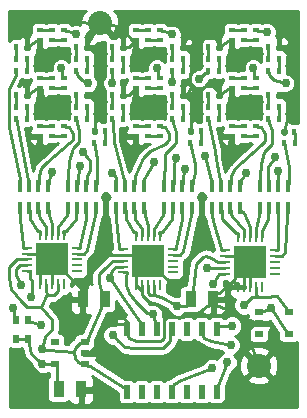
<source format=gtl>
G04 (created by PCBNEW (2013-jul-07)-stable) date Wed 01 Apr 2015 12:24:50 PM EDT*
%MOIN*%
G04 Gerber Fmt 3.4, Leading zero omitted, Abs format*
%FSLAX34Y34*%
G01*
G70*
G90*
G04 APERTURE LIST*
%ADD10C,0.00590551*%
%ADD11R,0.02X0.045*%
%ADD12R,0.035X0.055*%
%ADD13R,0.03X0.02*%
%ADD14C,0.08*%
%ADD15R,0.015748X0.0393701*%
%ADD16R,0.0157X0.0236*%
%ADD17R,0.0236X0.0157*%
%ADD18R,0.108268X0.108268*%
%ADD19R,0.00984252X0.0354331*%
%ADD20R,0.0354331X0.00984252*%
%ADD21R,0.023622X0.0275591*%
%ADD22C,0.03*%
%ADD23C,0.011*%
%ADD24C,0.01*%
G04 APERTURE END LIST*
G54D10*
G54D11*
X29900Y-31500D03*
X30400Y-31500D03*
X30900Y-31500D03*
X31400Y-31500D03*
X31900Y-31500D03*
X32400Y-31500D03*
X32900Y-31500D03*
X32900Y-29400D03*
X32400Y-29400D03*
X31900Y-29400D03*
X31400Y-29400D03*
X30900Y-29400D03*
X30400Y-29400D03*
X29900Y-29400D03*
G54D12*
X32025Y-28400D03*
X32775Y-28400D03*
X29175Y-28400D03*
X28425Y-28400D03*
X27625Y-31400D03*
X28375Y-31400D03*
G54D13*
X28500Y-30575D03*
X28500Y-29825D03*
X27500Y-30575D03*
X28500Y-30200D03*
X27500Y-29825D03*
G54D14*
X29000Y-19200D03*
X34297Y-30617D03*
G54D13*
X34300Y-28825D03*
X34300Y-29575D03*
X35300Y-28825D03*
X34300Y-29200D03*
X35300Y-29575D03*
G54D15*
X26327Y-25366D03*
X26642Y-25366D03*
X26957Y-25366D03*
X27272Y-25366D03*
X27272Y-24633D03*
X26957Y-24633D03*
X26642Y-24633D03*
X26327Y-24633D03*
X27927Y-25366D03*
X28242Y-25366D03*
X28557Y-25366D03*
X28872Y-25366D03*
X28872Y-24633D03*
X28557Y-24633D03*
X28242Y-24633D03*
X27927Y-24633D03*
X29527Y-25366D03*
X29842Y-25366D03*
X30157Y-25366D03*
X30472Y-25366D03*
X30472Y-24633D03*
X30157Y-24633D03*
X29842Y-24633D03*
X29527Y-24633D03*
X31127Y-25366D03*
X31442Y-25366D03*
X31757Y-25366D03*
X32072Y-25366D03*
X32072Y-24633D03*
X31757Y-24633D03*
X31442Y-24633D03*
X31127Y-24633D03*
X32727Y-25366D03*
X33042Y-25366D03*
X33357Y-25366D03*
X33672Y-25366D03*
X33672Y-24633D03*
X33357Y-24633D03*
X33042Y-24633D03*
X32727Y-24633D03*
X34327Y-25366D03*
X34642Y-25366D03*
X34957Y-25366D03*
X35272Y-25366D03*
X35272Y-24633D03*
X34957Y-24633D03*
X34642Y-24633D03*
X34327Y-24633D03*
G54D16*
X26577Y-20000D03*
X26223Y-20000D03*
X26577Y-21600D03*
X26223Y-21600D03*
X32977Y-20000D03*
X32623Y-20000D03*
G54D17*
X34200Y-22977D03*
X34200Y-22623D03*
X33800Y-22623D03*
X33800Y-22977D03*
X33400Y-22977D03*
X33400Y-22623D03*
G54D16*
X32977Y-22400D03*
X32623Y-22400D03*
X32623Y-22000D03*
X32977Y-22000D03*
X32977Y-21600D03*
X32623Y-21600D03*
X32977Y-20800D03*
X32623Y-20800D03*
X32623Y-20400D03*
X32977Y-20400D03*
G54D17*
X33800Y-21023D03*
X33800Y-21377D03*
X31000Y-19777D03*
X31000Y-19423D03*
X30600Y-19423D03*
X30600Y-19777D03*
X30200Y-19777D03*
X30200Y-19423D03*
G54D16*
X31777Y-20800D03*
X31423Y-20800D03*
X31423Y-20400D03*
X31777Y-20400D03*
X31777Y-20000D03*
X31423Y-20000D03*
X35498Y-23182D03*
X35144Y-23182D03*
X32377Y-23200D03*
X32023Y-23200D03*
X29177Y-23200D03*
X28823Y-23200D03*
G54D17*
X34200Y-19777D03*
X34200Y-19423D03*
X33800Y-19423D03*
X33800Y-19777D03*
X33400Y-19777D03*
X33400Y-19423D03*
X33400Y-21377D03*
X33400Y-21023D03*
G54D16*
X34977Y-20800D03*
X34623Y-20800D03*
X34623Y-20400D03*
X34977Y-20400D03*
X34977Y-20000D03*
X34623Y-20000D03*
X34977Y-22400D03*
X34623Y-22400D03*
X34623Y-22000D03*
X34977Y-22000D03*
X34977Y-21600D03*
X34623Y-21600D03*
G54D17*
X34200Y-21377D03*
X34200Y-21023D03*
X27000Y-21377D03*
X27000Y-21023D03*
G54D16*
X28577Y-20800D03*
X28223Y-20800D03*
X28223Y-20400D03*
X28577Y-20400D03*
X28577Y-20000D03*
X28223Y-20000D03*
X28577Y-22400D03*
X28223Y-22400D03*
X28223Y-22000D03*
X28577Y-22000D03*
X28577Y-21600D03*
X28223Y-21600D03*
G54D17*
X27800Y-21377D03*
X27800Y-21023D03*
X27400Y-21023D03*
X27400Y-21377D03*
X27800Y-22977D03*
X27800Y-22623D03*
X27400Y-22623D03*
X27400Y-22977D03*
X27000Y-22977D03*
X27000Y-22623D03*
G54D16*
X26577Y-22400D03*
X26223Y-22400D03*
X26223Y-22000D03*
X26577Y-22000D03*
X26577Y-20800D03*
X26223Y-20800D03*
X26223Y-20400D03*
X26577Y-20400D03*
G54D17*
X30200Y-22977D03*
X30200Y-22623D03*
G54D16*
X31777Y-22400D03*
X31423Y-22400D03*
X31423Y-22000D03*
X31777Y-22000D03*
X31777Y-21600D03*
X31423Y-21600D03*
G54D17*
X31000Y-21377D03*
X31000Y-21023D03*
X30600Y-21023D03*
X30600Y-21377D03*
X30200Y-21377D03*
X30200Y-21023D03*
X31000Y-22977D03*
X31000Y-22623D03*
X30600Y-22623D03*
X30600Y-22977D03*
X27000Y-19777D03*
X27000Y-19423D03*
G54D16*
X29777Y-22400D03*
X29423Y-22400D03*
X29423Y-22000D03*
X29777Y-22000D03*
X29777Y-21600D03*
X29423Y-21600D03*
X29777Y-20800D03*
X29423Y-20800D03*
X29423Y-20400D03*
X29777Y-20400D03*
X29777Y-20000D03*
X29423Y-20000D03*
G54D17*
X27800Y-19777D03*
X27800Y-19423D03*
X27400Y-19423D03*
X27400Y-19777D03*
G54D16*
X32023Y-22800D03*
X32377Y-22800D03*
X35135Y-22822D03*
X35489Y-22822D03*
X28823Y-22800D03*
X29177Y-22800D03*
G54D18*
X34000Y-27159D03*
G54D19*
X33606Y-27985D03*
X33803Y-27985D03*
X34000Y-27985D03*
X34196Y-27985D03*
X34393Y-27985D03*
G54D20*
X34826Y-27552D03*
X34826Y-27355D03*
X34826Y-27159D03*
X34826Y-26962D03*
X34826Y-26765D03*
G54D19*
X34393Y-26332D03*
X34196Y-26332D03*
X34000Y-26332D03*
X33803Y-26332D03*
X33606Y-26332D03*
G54D20*
X33173Y-26765D03*
X33173Y-26962D03*
X33173Y-27159D03*
X33173Y-27355D03*
X33173Y-27552D03*
G54D18*
X30600Y-27118D03*
G54D19*
X30206Y-27944D03*
X30403Y-27944D03*
X30600Y-27944D03*
X30796Y-27944D03*
X30993Y-27944D03*
G54D20*
X31426Y-27511D03*
X31426Y-27314D03*
X31426Y-27118D03*
X31426Y-26921D03*
X31426Y-26724D03*
G54D19*
X30993Y-26291D03*
X30796Y-26291D03*
X30600Y-26291D03*
X30403Y-26291D03*
X30206Y-26291D03*
G54D20*
X29773Y-26724D03*
X29773Y-26921D03*
X29773Y-27118D03*
X29773Y-27314D03*
X29773Y-27511D03*
G54D18*
X27400Y-27077D03*
G54D19*
X27006Y-27903D03*
X27203Y-27903D03*
X27400Y-27903D03*
X27596Y-27903D03*
X27793Y-27903D03*
G54D20*
X28226Y-27470D03*
X28226Y-27273D03*
X28226Y-27077D03*
X28226Y-26880D03*
X28226Y-26683D03*
G54D19*
X27793Y-26250D03*
X27596Y-26250D03*
X27400Y-26250D03*
X27203Y-26250D03*
X27006Y-26250D03*
G54D20*
X26573Y-26683D03*
X26573Y-26880D03*
X26573Y-27077D03*
X26573Y-27273D03*
X26573Y-27470D03*
G54D21*
X26596Y-29085D03*
X26596Y-29714D03*
X26203Y-29085D03*
X26203Y-29714D03*
G54D22*
X27089Y-30547D03*
X33800Y-28600D03*
X31589Y-28634D03*
X27081Y-30072D03*
X29140Y-26390D03*
X32459Y-26390D03*
X31451Y-27878D03*
X29718Y-28953D03*
X33720Y-27440D03*
X27400Y-27077D03*
X30600Y-27200D03*
X29050Y-31498D03*
X31527Y-23693D03*
X31420Y-21179D03*
X31825Y-24052D03*
X31412Y-19578D03*
X29400Y-24200D03*
X29400Y-21200D03*
X32498Y-23626D03*
X32316Y-21060D03*
X29436Y-29599D03*
X33241Y-30511D03*
X33405Y-29285D03*
X30807Y-23831D03*
X30899Y-20684D03*
X34842Y-23658D03*
X35204Y-21200D03*
X34957Y-24133D03*
X34578Y-19490D03*
X32757Y-30707D03*
X33359Y-29930D03*
X27393Y-24176D03*
X27716Y-20684D03*
X33876Y-24192D03*
X34115Y-20684D03*
X28329Y-23954D03*
X28619Y-21200D03*
X28442Y-23481D03*
X28208Y-19563D03*
X29325Y-27708D03*
X26390Y-27922D03*
X32580Y-27366D03*
X26093Y-28687D03*
X27050Y-29261D03*
X30769Y-28912D03*
X32784Y-27885D03*
X26700Y-28337D03*
X30200Y-22000D03*
X35384Y-20043D03*
X33480Y-20376D03*
X33386Y-22046D03*
X29624Y-19488D03*
X29029Y-21658D03*
X26544Y-21217D03*
X26376Y-19369D03*
X27006Y-20230D03*
X26988Y-23315D03*
X34710Y-28707D03*
X33217Y-23587D03*
X31262Y-19058D03*
X29821Y-23004D03*
X27166Y-22241D03*
G54D23*
X27350Y-30547D02*
X27089Y-30547D01*
X27405Y-30547D02*
X27350Y-30547D01*
X27500Y-30575D02*
X27405Y-30547D01*
X27562Y-31180D02*
X27625Y-31400D01*
X27562Y-31125D02*
X27562Y-31180D01*
X27562Y-30675D02*
X27562Y-31125D01*
X27562Y-30620D02*
X27562Y-30675D01*
X27500Y-30575D02*
X27562Y-30620D01*
X26533Y-29714D02*
X26596Y-29714D01*
X26478Y-29714D02*
X26533Y-29714D01*
X26321Y-29714D02*
X26478Y-29714D01*
X26266Y-29714D02*
X26321Y-29714D01*
X26203Y-29714D02*
X26266Y-29714D01*
X26933Y-30430D02*
X27089Y-30547D01*
X26723Y-30220D02*
X26933Y-30430D01*
X26637Y-29884D02*
X26723Y-30220D01*
X26637Y-29852D02*
X26637Y-29884D01*
X26637Y-29797D02*
X26637Y-29852D01*
X26596Y-29714D02*
X26637Y-29797D01*
X34079Y-28320D02*
X34320Y-28320D01*
X33800Y-28600D02*
X34079Y-28320D01*
X33051Y-27159D02*
X33173Y-27159D01*
X32996Y-27159D02*
X33051Y-27159D01*
X32934Y-27159D02*
X32996Y-27159D01*
X32714Y-27041D02*
X32934Y-27159D01*
X32557Y-26959D02*
X32714Y-27041D01*
X32122Y-28180D02*
X32025Y-28400D01*
X32122Y-28125D02*
X32122Y-28180D01*
X32122Y-28092D02*
X32122Y-28125D01*
X32222Y-27218D02*
X32122Y-28092D01*
X32432Y-27008D02*
X32222Y-27218D01*
X32557Y-26959D02*
X32432Y-27008D01*
X30808Y-28269D02*
X30826Y-28262D01*
X30686Y-28269D02*
X30808Y-28269D01*
X30600Y-28183D02*
X30686Y-28269D01*
X30600Y-28121D02*
X30600Y-28183D01*
X30600Y-28066D02*
X30600Y-28121D01*
X30600Y-27944D02*
X30600Y-28066D01*
X31556Y-28601D02*
X31589Y-28634D01*
X31031Y-28332D02*
X31556Y-28601D01*
X30995Y-28317D02*
X31031Y-28332D01*
X30826Y-28262D02*
X30995Y-28317D01*
X27167Y-29649D02*
X27081Y-30072D01*
X27407Y-29409D02*
X27167Y-29649D01*
X27407Y-29112D02*
X27407Y-29409D01*
X27044Y-28651D02*
X27407Y-29112D01*
X31827Y-28620D02*
X31589Y-28634D01*
X31850Y-28620D02*
X31827Y-28620D01*
X31905Y-28620D02*
X31850Y-28620D01*
X32025Y-28400D02*
X31905Y-28620D01*
X27274Y-30107D02*
X28130Y-30156D01*
X27081Y-30072D02*
X27274Y-30107D01*
X29055Y-28180D02*
X29175Y-28400D01*
X29055Y-28125D02*
X29055Y-28180D01*
X29055Y-28102D02*
X29055Y-28125D01*
X28975Y-27853D02*
X29055Y-28102D01*
X28975Y-27563D02*
X28975Y-27853D01*
X29180Y-27357D02*
X28975Y-27563D01*
X29432Y-27118D02*
X29180Y-27357D01*
X29596Y-27118D02*
X29432Y-27118D01*
X29651Y-27118D02*
X29596Y-27118D01*
X29773Y-27118D02*
X29651Y-27118D01*
X27596Y-28025D02*
X27596Y-27903D01*
X27596Y-28080D02*
X27596Y-28025D01*
X27596Y-28142D02*
X27596Y-28080D01*
X27475Y-28263D02*
X27596Y-28142D01*
X27324Y-28263D02*
X27475Y-28263D01*
X27275Y-28263D02*
X27324Y-28263D01*
X27232Y-28221D02*
X27275Y-28263D01*
X26840Y-28676D02*
X27044Y-28651D01*
X26560Y-28676D02*
X26840Y-28676D01*
X26362Y-28478D02*
X26560Y-28676D01*
X26033Y-28070D02*
X26362Y-28478D01*
X25975Y-27693D02*
X26033Y-28070D01*
X25975Y-27345D02*
X25975Y-27693D01*
X26002Y-27307D02*
X25975Y-27345D01*
X26232Y-27077D02*
X26002Y-27307D01*
X26396Y-27077D02*
X26232Y-27077D01*
X26451Y-27077D02*
X26396Y-27077D01*
X26573Y-27077D02*
X26451Y-27077D01*
X27232Y-28221D02*
X27044Y-28651D01*
X28167Y-30024D02*
X28130Y-30156D01*
X28274Y-29917D02*
X28167Y-30024D01*
X28327Y-29870D02*
X28274Y-29917D01*
X28350Y-29870D02*
X28327Y-29870D01*
X28405Y-29870D02*
X28350Y-29870D01*
X28500Y-29825D02*
X28405Y-29870D01*
X28595Y-29780D02*
X28500Y-29825D01*
X28595Y-29725D02*
X28595Y-29780D01*
X28595Y-29702D02*
X28595Y-29725D01*
X29055Y-28697D02*
X28595Y-29702D01*
X29055Y-28675D02*
X29055Y-28697D01*
X29055Y-28620D02*
X29055Y-28675D01*
X29175Y-28400D02*
X29055Y-28620D01*
X34196Y-28107D02*
X34196Y-27985D01*
X34400Y-28345D02*
X34367Y-28345D01*
X34367Y-28345D02*
X34346Y-28345D01*
X34346Y-28345D02*
X34289Y-28320D01*
X34289Y-28320D02*
X34196Y-28228D01*
X34196Y-28228D02*
X34196Y-28162D01*
X34196Y-28162D02*
X34196Y-28107D01*
X34518Y-28345D02*
X34400Y-28345D01*
X35300Y-28825D02*
X35205Y-28780D01*
X35205Y-28780D02*
X35205Y-28725D01*
X35205Y-28725D02*
X35205Y-28702D01*
X35205Y-28702D02*
X34894Y-28298D01*
X34894Y-28298D02*
X34518Y-28345D01*
X30796Y-28187D02*
X30826Y-28262D01*
X30796Y-28121D02*
X30796Y-28187D01*
X30796Y-28066D02*
X30796Y-28121D01*
X30796Y-27944D02*
X30796Y-28066D01*
X29855Y-31330D02*
X29900Y-31500D01*
X29800Y-31330D02*
X29855Y-31330D01*
X29777Y-31330D02*
X29800Y-31330D01*
X28672Y-30620D02*
X29777Y-31330D01*
X28650Y-30620D02*
X28672Y-30620D01*
X28595Y-30620D02*
X28650Y-30620D01*
X28500Y-30575D02*
X28595Y-30620D01*
X28167Y-30375D02*
X28130Y-30156D01*
X28274Y-30482D02*
X28167Y-30375D01*
X28327Y-30530D02*
X28274Y-30482D01*
X28350Y-30530D02*
X28327Y-30530D01*
X28405Y-30530D02*
X28350Y-30530D01*
X28500Y-30575D02*
X28405Y-30530D01*
X27203Y-28142D02*
X27232Y-28221D01*
X27203Y-28080D02*
X27203Y-28142D01*
X27203Y-28025D02*
X27203Y-28080D01*
X27203Y-27903D02*
X27203Y-28025D01*
X29140Y-26390D02*
X29120Y-26390D01*
X29900Y-29400D02*
X29900Y-29135D01*
X31291Y-27810D02*
X30600Y-27118D01*
X31519Y-27810D02*
X31291Y-27810D01*
X31451Y-27878D02*
X31519Y-27810D01*
X29900Y-29135D02*
X29718Y-28953D01*
X34000Y-27160D02*
X34000Y-27159D01*
X33720Y-27440D02*
X34000Y-27160D01*
X30600Y-27118D02*
X30600Y-27200D01*
X30403Y-28264D02*
X30403Y-28141D01*
X31231Y-28991D02*
X31127Y-28764D01*
X31127Y-28764D02*
X30917Y-28554D01*
X30917Y-28554D02*
X30640Y-28499D01*
X30640Y-28499D02*
X30604Y-28466D01*
X30604Y-28466D02*
X30403Y-28264D01*
X30403Y-28141D02*
X30206Y-27944D01*
X27400Y-27077D02*
X27400Y-27081D01*
X27400Y-27081D02*
X28425Y-28106D01*
X28425Y-28106D02*
X28425Y-28400D01*
X30206Y-27604D02*
X30600Y-27118D01*
X30206Y-27659D02*
X30206Y-27604D01*
X30206Y-27767D02*
X30206Y-27659D01*
X30206Y-27822D02*
X30206Y-27767D01*
X30206Y-27944D02*
X30206Y-27822D01*
X34205Y-29155D02*
X34300Y-29200D01*
X34150Y-29155D02*
X34205Y-29155D01*
X34127Y-29155D02*
X34150Y-29155D01*
X32972Y-28620D02*
X34127Y-29155D01*
X32950Y-28620D02*
X32972Y-28620D01*
X32895Y-28620D02*
X32950Y-28620D01*
X32775Y-28400D02*
X32895Y-28620D01*
X27006Y-27563D02*
X27400Y-27077D01*
X27006Y-27903D02*
X27006Y-27781D01*
X27006Y-27781D02*
X27006Y-27726D01*
X27006Y-27726D02*
X27006Y-27618D01*
X27006Y-27618D02*
X27006Y-27563D01*
X33513Y-27645D02*
X34000Y-27159D01*
X33417Y-27840D02*
X33429Y-27810D01*
X33429Y-27810D02*
X33494Y-27742D01*
X33494Y-27742D02*
X33513Y-27723D01*
X33513Y-27723D02*
X33513Y-27700D01*
X33513Y-27700D02*
X33513Y-27645D01*
X26913Y-26880D02*
X27400Y-27077D01*
X26573Y-26880D02*
X26695Y-26880D01*
X26695Y-26880D02*
X26750Y-26880D01*
X26750Y-26880D02*
X26858Y-26880D01*
X26858Y-26880D02*
X26913Y-26880D01*
X28595Y-30155D02*
X28500Y-30200D01*
X28650Y-30155D02*
X28595Y-30155D01*
X28672Y-30155D02*
X28650Y-30155D01*
X28725Y-30107D02*
X28672Y-30155D01*
X28832Y-30000D02*
X28725Y-30107D01*
X29079Y-29451D02*
X28832Y-30000D01*
X29288Y-29241D02*
X29079Y-29451D01*
X29800Y-29241D02*
X29288Y-29241D01*
X29855Y-29241D02*
X29800Y-29241D01*
X29900Y-29400D02*
X29855Y-29241D01*
X29945Y-29570D02*
X29900Y-29400D01*
X29945Y-29625D02*
X29945Y-29570D01*
X29945Y-29647D02*
X29945Y-29625D01*
X29977Y-29680D02*
X29945Y-29647D01*
X30224Y-29807D02*
X29977Y-29680D01*
X30869Y-29807D02*
X30224Y-29807D01*
X31020Y-29807D02*
X30869Y-29807D01*
X31062Y-29775D02*
X31020Y-29807D01*
X31150Y-29687D02*
X31062Y-29775D01*
X31150Y-29112D02*
X31150Y-29687D01*
X31231Y-28991D02*
X31150Y-29112D01*
X29724Y-31907D02*
X29050Y-31498D01*
X32924Y-31907D02*
X29724Y-31907D01*
X33075Y-31907D02*
X32924Y-31907D01*
X33182Y-31800D02*
X33075Y-31907D01*
X34297Y-30617D02*
X33182Y-31800D01*
X33534Y-27863D02*
X33417Y-27840D01*
X33557Y-27863D02*
X33534Y-27863D01*
X33612Y-27863D02*
X33557Y-27863D01*
X33606Y-27985D02*
X33612Y-27863D01*
X28550Y-31498D02*
X29050Y-31498D01*
X28495Y-31498D02*
X28550Y-31498D01*
X28375Y-31400D02*
X28495Y-31498D01*
X33513Y-26962D02*
X34000Y-27159D01*
X33173Y-26962D02*
X33295Y-26962D01*
X33295Y-26962D02*
X33350Y-26962D01*
X33350Y-26962D02*
X33458Y-26962D01*
X33458Y-26962D02*
X33513Y-26962D01*
X32972Y-28180D02*
X33417Y-27840D01*
X32950Y-28180D02*
X32972Y-28180D01*
X32895Y-28180D02*
X32950Y-28180D01*
X32775Y-28400D02*
X32895Y-28180D01*
X34205Y-29245D02*
X34300Y-29200D01*
X34150Y-29245D02*
X34205Y-29245D01*
X34127Y-29245D02*
X34150Y-29245D01*
X34074Y-29292D02*
X34127Y-29245D01*
X33967Y-29399D02*
X34074Y-29292D01*
X33967Y-29599D02*
X33967Y-29399D01*
X33967Y-29750D02*
X33967Y-29599D01*
X34297Y-30617D02*
X33967Y-29750D01*
X30403Y-28066D02*
X30403Y-27944D01*
X30403Y-28121D02*
X30403Y-28066D01*
X29651Y-26921D02*
X29773Y-26921D01*
X28425Y-28400D02*
X28545Y-28180D01*
X28545Y-28180D02*
X28545Y-28125D01*
X28545Y-28125D02*
X28545Y-28102D01*
X28545Y-28102D02*
X28730Y-27482D01*
X28730Y-27482D02*
X28745Y-27446D01*
X28745Y-27446D02*
X29064Y-27128D01*
X29064Y-27128D02*
X29309Y-26943D01*
X29309Y-26943D02*
X29362Y-26921D01*
X29362Y-26921D02*
X29596Y-26921D01*
X29596Y-26921D02*
X29651Y-26921D01*
X30113Y-26921D02*
X30600Y-27118D01*
X29773Y-26921D02*
X29895Y-26921D01*
X29895Y-26921D02*
X29950Y-26921D01*
X29950Y-26921D02*
X30058Y-26921D01*
X30058Y-26921D02*
X30113Y-26921D01*
X27400Y-27563D02*
X27400Y-27077D01*
X27400Y-27903D02*
X27400Y-27781D01*
X27400Y-27781D02*
X27400Y-27726D01*
X27400Y-27726D02*
X27400Y-27618D01*
X27400Y-27618D02*
X27400Y-27563D01*
X31441Y-28992D02*
X31231Y-28991D01*
X31738Y-28992D02*
X31441Y-28992D01*
X32275Y-28857D02*
X31738Y-28992D01*
X32577Y-28620D02*
X32275Y-28857D01*
X32600Y-28620D02*
X32577Y-28620D01*
X32655Y-28620D02*
X32600Y-28620D01*
X32775Y-28400D02*
X32655Y-28620D01*
X33803Y-27863D02*
X33803Y-27985D01*
X34000Y-27159D02*
X33803Y-27645D01*
X33803Y-27645D02*
X33803Y-27700D01*
X33803Y-27700D02*
X33803Y-27808D01*
X33803Y-27808D02*
X33803Y-27863D01*
X34000Y-27645D02*
X34000Y-27159D01*
X34000Y-27985D02*
X34000Y-27863D01*
X34000Y-27863D02*
X34000Y-27808D01*
X34000Y-27808D02*
X34000Y-27700D01*
X34000Y-27700D02*
X34000Y-27645D01*
X28896Y-24492D02*
X28872Y-24633D01*
X28896Y-24437D02*
X28896Y-24492D01*
X28896Y-24414D02*
X28896Y-24437D01*
X28924Y-24179D02*
X28896Y-24414D01*
X28924Y-23729D02*
X28924Y-24179D01*
X28846Y-23340D02*
X28924Y-23729D01*
X28846Y-23317D02*
X28846Y-23340D01*
X28846Y-23262D02*
X28846Y-23317D01*
X28822Y-23200D02*
X28846Y-23262D01*
X28577Y-20737D02*
X28577Y-20800D01*
X28577Y-20682D02*
X28577Y-20737D01*
X28577Y-20517D02*
X28577Y-20682D01*
X28577Y-20462D02*
X28577Y-20517D01*
X28577Y-20400D02*
X28577Y-20462D01*
X28222Y-20337D02*
X28222Y-20400D01*
X28222Y-20282D02*
X28222Y-20337D01*
X28222Y-20117D02*
X28222Y-20282D01*
X28222Y-20062D02*
X28222Y-20117D01*
X28222Y-20000D02*
X28222Y-20062D01*
X27737Y-19777D02*
X27800Y-19777D01*
X27682Y-19777D02*
X27737Y-19777D01*
X27517Y-19777D02*
X27682Y-19777D01*
X27462Y-19777D02*
X27517Y-19777D01*
X27400Y-19777D02*
X27462Y-19777D01*
X27062Y-19422D02*
X27000Y-19422D01*
X27117Y-19422D02*
X27062Y-19422D01*
X27282Y-19422D02*
X27117Y-19422D01*
X27337Y-19422D02*
X27282Y-19422D01*
X27400Y-19422D02*
X27337Y-19422D01*
X31422Y-20337D02*
X31422Y-20400D01*
X31422Y-20282D02*
X31422Y-20337D01*
X31422Y-20117D02*
X31422Y-20282D01*
X31422Y-20062D02*
X31422Y-20117D01*
X31422Y-20000D02*
X31422Y-20062D01*
X31420Y-20917D02*
X31420Y-21179D01*
X31420Y-20862D02*
X31420Y-20917D01*
X31422Y-20800D02*
X31420Y-20862D01*
X31466Y-24492D02*
X31442Y-24633D01*
X31466Y-24437D02*
X31466Y-24492D01*
X31466Y-24283D02*
X31466Y-24437D01*
X31467Y-23904D02*
X31466Y-24283D01*
X31527Y-23693D02*
X31467Y-23904D01*
X30537Y-19422D02*
X30600Y-19422D01*
X30482Y-19422D02*
X30537Y-19422D01*
X30317Y-19422D02*
X30482Y-19422D01*
X30262Y-19422D02*
X30317Y-19422D01*
X30200Y-19422D02*
X30262Y-19422D01*
X30937Y-19777D02*
X31000Y-19777D01*
X30882Y-19777D02*
X30937Y-19777D01*
X30717Y-19777D02*
X30882Y-19777D01*
X30662Y-19777D02*
X30717Y-19777D01*
X30600Y-19777D02*
X30662Y-19777D01*
X31781Y-24492D02*
X31757Y-24633D01*
X31781Y-24437D02*
X31781Y-24492D01*
X31781Y-24283D02*
X31781Y-24437D01*
X31825Y-24052D02*
X31781Y-24283D01*
X31140Y-19446D02*
X31412Y-19578D01*
X31117Y-19446D02*
X31140Y-19446D01*
X31062Y-19446D02*
X31117Y-19446D01*
X31000Y-19422D02*
X31062Y-19446D01*
X29423Y-20800D02*
X29423Y-21177D01*
X29527Y-24327D02*
X29527Y-24633D01*
X29400Y-24200D02*
X29527Y-24327D01*
X29423Y-21177D02*
X29400Y-21200D01*
X32622Y-20062D02*
X32622Y-20000D01*
X32622Y-20117D02*
X32622Y-20062D01*
X32622Y-20282D02*
X32622Y-20117D01*
X32622Y-20337D02*
X32622Y-20282D01*
X32622Y-20400D02*
X32622Y-20337D01*
X32977Y-20737D02*
X32977Y-20800D01*
X32977Y-20682D02*
X32977Y-20737D01*
X32977Y-20517D02*
X32977Y-20682D01*
X32977Y-20462D02*
X32977Y-20517D01*
X32977Y-20400D02*
X32977Y-20462D01*
X32521Y-20862D02*
X32316Y-21060D01*
X32544Y-20862D02*
X32521Y-20862D01*
X32599Y-20862D02*
X32544Y-20862D01*
X32622Y-20800D02*
X32599Y-20862D01*
X32703Y-24492D02*
X32727Y-24633D01*
X32703Y-24437D02*
X32703Y-24492D01*
X32703Y-24414D02*
X32703Y-24437D01*
X32498Y-23626D02*
X32703Y-24414D01*
X32622Y-21937D02*
X32622Y-22000D01*
X32622Y-21882D02*
X32622Y-21937D01*
X32622Y-21717D02*
X32622Y-21882D01*
X32622Y-21662D02*
X32622Y-21717D01*
X32622Y-21600D02*
X32622Y-21662D01*
X32977Y-22337D02*
X32977Y-22400D01*
X32977Y-22282D02*
X32977Y-22337D01*
X32977Y-22117D02*
X32977Y-22282D01*
X32977Y-22062D02*
X32977Y-22117D01*
X32977Y-22000D02*
X32977Y-22062D01*
X35291Y-24492D02*
X35272Y-24633D01*
X35291Y-24437D02*
X35291Y-24492D01*
X35291Y-23994D02*
X35291Y-24437D01*
X35167Y-23322D02*
X35291Y-23994D01*
X35167Y-23300D02*
X35167Y-23322D01*
X35167Y-23245D02*
X35167Y-23300D01*
X35144Y-23182D02*
X35167Y-23245D01*
X32096Y-24492D02*
X32072Y-24633D01*
X32096Y-24437D02*
X32096Y-24492D01*
X32096Y-24414D02*
X32096Y-24437D01*
X32163Y-24192D02*
X32096Y-24414D01*
X32163Y-23912D02*
X32163Y-24192D01*
X32046Y-23340D02*
X32163Y-23912D01*
X32046Y-23317D02*
X32046Y-23340D01*
X32046Y-23262D02*
X32046Y-23317D01*
X32022Y-23200D02*
X32046Y-23262D01*
X30181Y-24492D02*
X30157Y-24633D01*
X30181Y-24437D02*
X30181Y-24492D01*
X30181Y-24283D02*
X30181Y-24437D01*
X30449Y-23682D02*
X30181Y-24283D01*
X30659Y-23473D02*
X30449Y-23682D01*
X31188Y-23225D02*
X30659Y-23473D01*
X31288Y-23125D02*
X31188Y-23225D01*
X31300Y-23076D02*
X31288Y-23125D01*
X31300Y-22924D02*
X31300Y-23076D01*
X31300Y-22924D02*
X31300Y-22924D01*
X31292Y-22881D02*
X31300Y-22924D01*
X31279Y-22831D02*
X31292Y-22881D01*
X31172Y-22678D02*
X31279Y-22831D01*
X31140Y-22646D02*
X31172Y-22678D01*
X31117Y-22646D02*
X31140Y-22646D01*
X31062Y-22646D02*
X31117Y-22646D01*
X31000Y-22622D02*
X31062Y-22646D01*
X31355Y-29570D02*
X31400Y-29400D01*
X31355Y-29625D02*
X31355Y-29570D01*
X31355Y-29794D02*
X31355Y-29625D01*
X31114Y-30035D02*
X31355Y-29794D01*
X31029Y-30045D02*
X31114Y-30035D01*
X30680Y-30045D02*
X31029Y-30045D01*
X30125Y-30045D02*
X30680Y-30045D01*
X29841Y-30007D02*
X30125Y-30045D01*
X29617Y-29783D02*
X29841Y-30007D01*
X29436Y-29599D02*
X29617Y-29783D01*
X32945Y-31330D02*
X32900Y-31500D01*
X32945Y-31275D02*
X32945Y-31330D01*
X32945Y-31252D02*
X32945Y-31275D01*
X33114Y-30855D02*
X32945Y-31252D01*
X33241Y-30511D02*
X33114Y-30855D01*
X32945Y-29285D02*
X32900Y-29400D01*
X33000Y-29285D02*
X32945Y-29285D01*
X33405Y-29285D02*
X33000Y-29285D01*
X30937Y-20921D02*
X30899Y-20684D01*
X30937Y-20944D02*
X30937Y-20921D01*
X30937Y-20999D02*
X30937Y-20944D01*
X31000Y-21022D02*
X30937Y-20999D01*
X30473Y-24492D02*
X30472Y-24633D01*
X30473Y-24437D02*
X30473Y-24492D01*
X30473Y-24404D02*
X30473Y-24437D01*
X30807Y-23831D02*
X30473Y-24404D01*
X26666Y-25507D02*
X26642Y-25366D01*
X26666Y-25562D02*
X26666Y-25507D01*
X26666Y-25716D02*
X26666Y-25562D01*
X26902Y-26095D02*
X26666Y-25716D01*
X26934Y-26128D02*
X26902Y-26095D01*
X26957Y-26128D02*
X26934Y-26128D01*
X27012Y-26128D02*
X26957Y-26128D01*
X27006Y-26250D02*
X27012Y-26128D01*
X27903Y-25507D02*
X27927Y-25366D01*
X27903Y-25562D02*
X27903Y-25507D01*
X27903Y-25585D02*
X27903Y-25562D01*
X27596Y-26011D02*
X27903Y-25585D01*
X27596Y-26073D02*
X27596Y-26011D01*
X27596Y-26128D02*
X27596Y-26073D01*
X27596Y-26250D02*
X27596Y-26128D01*
X27296Y-25507D02*
X27272Y-25366D01*
X27296Y-25562D02*
X27296Y-25507D01*
X27296Y-25585D02*
X27296Y-25562D01*
X27400Y-25910D02*
X27296Y-25585D01*
X27400Y-26073D02*
X27400Y-25910D01*
X27400Y-26128D02*
X27400Y-26073D01*
X27400Y-26250D02*
X27400Y-26128D01*
X26981Y-25507D02*
X26957Y-25366D01*
X26981Y-25562D02*
X26981Y-25507D01*
X26981Y-25585D02*
X26981Y-25562D01*
X26992Y-25711D02*
X26981Y-25585D01*
X27203Y-26011D02*
X26992Y-25711D01*
X27203Y-26073D02*
X27203Y-26011D01*
X27203Y-26128D02*
X27203Y-26073D01*
X27203Y-26250D02*
X27203Y-26128D01*
X26351Y-25507D02*
X26327Y-25366D01*
X26351Y-25562D02*
X26351Y-25507D01*
X26351Y-25716D02*
X26351Y-25562D01*
X26451Y-26611D02*
X26351Y-25716D01*
X26451Y-26634D02*
X26451Y-26611D01*
X26451Y-26689D02*
X26451Y-26634D01*
X26573Y-26683D02*
X26451Y-26689D01*
X28848Y-25507D02*
X28872Y-25366D01*
X28848Y-25562D02*
X28848Y-25507D01*
X28848Y-25585D02*
X28848Y-25562D01*
X28586Y-26758D02*
X28848Y-25585D01*
X28465Y-26880D02*
X28586Y-26758D01*
X28403Y-26880D02*
X28465Y-26880D01*
X28348Y-26880D02*
X28403Y-26880D01*
X28226Y-26880D02*
X28348Y-26880D01*
X28533Y-25507D02*
X28557Y-25366D01*
X28533Y-25562D02*
X28533Y-25507D01*
X28533Y-25716D02*
X28533Y-25562D01*
X28348Y-26611D02*
X28533Y-25716D01*
X28348Y-26634D02*
X28348Y-26611D01*
X28348Y-26689D02*
X28348Y-26634D01*
X28226Y-26683D02*
X28348Y-26689D01*
X28218Y-25507D02*
X28242Y-25366D01*
X28218Y-25562D02*
X28218Y-25507D01*
X28218Y-25716D02*
X28218Y-25562D01*
X27897Y-26095D02*
X28218Y-25716D01*
X27865Y-26128D02*
X27897Y-26095D01*
X27842Y-26128D02*
X27865Y-26128D01*
X27787Y-26128D02*
X27842Y-26128D01*
X27793Y-26250D02*
X27787Y-26128D01*
X35493Y-23119D02*
X35498Y-23182D01*
X35493Y-23064D02*
X35493Y-23119D01*
X35493Y-22940D02*
X35493Y-23064D01*
X35493Y-22885D02*
X35493Y-22940D01*
X35489Y-22822D02*
X35493Y-22885D01*
X32377Y-23137D02*
X32377Y-23200D01*
X32377Y-23082D02*
X32377Y-23137D01*
X32377Y-22917D02*
X32377Y-23082D01*
X32377Y-22862D02*
X32377Y-22917D01*
X32377Y-22800D02*
X32377Y-22862D01*
X29177Y-23137D02*
X29177Y-23200D01*
X29177Y-23082D02*
X29177Y-23137D01*
X29177Y-22917D02*
X29177Y-23082D01*
X29177Y-22862D02*
X29177Y-22917D01*
X29177Y-22800D02*
X29177Y-22862D01*
X31151Y-24492D02*
X31127Y-24633D01*
X31151Y-24437D02*
X31151Y-24492D01*
X31151Y-24283D02*
X31151Y-24437D01*
X31165Y-23979D02*
X31151Y-24283D01*
X31181Y-23550D02*
X31165Y-23979D01*
X31513Y-23219D02*
X31181Y-23550D01*
X31538Y-23174D02*
X31513Y-23219D01*
X31538Y-22826D02*
X31538Y-23174D01*
X31538Y-22825D02*
X31538Y-22826D01*
X31446Y-22540D02*
X31538Y-22825D01*
X31446Y-22517D02*
X31446Y-22540D01*
X31446Y-22462D02*
X31446Y-22517D01*
X31422Y-22400D02*
X31446Y-22462D01*
X32751Y-25507D02*
X32727Y-25366D01*
X32751Y-25562D02*
X32751Y-25507D01*
X32751Y-25585D02*
X32751Y-25562D01*
X32781Y-25800D02*
X32751Y-25585D01*
X33051Y-26693D02*
X32781Y-25800D01*
X33051Y-26716D02*
X33051Y-26693D01*
X33051Y-26771D02*
X33051Y-26716D01*
X33173Y-26765D02*
X33051Y-26771D01*
X34618Y-25507D02*
X34642Y-25366D01*
X34618Y-25562D02*
X34618Y-25507D01*
X34618Y-25716D02*
X34618Y-25562D01*
X34393Y-26134D02*
X34618Y-25716D01*
X34393Y-26155D02*
X34393Y-26134D01*
X34393Y-26210D02*
X34393Y-26155D01*
X34393Y-26332D02*
X34393Y-26210D01*
X34933Y-25507D02*
X34957Y-25366D01*
X34933Y-25562D02*
X34933Y-25507D01*
X34933Y-26716D02*
X34933Y-25562D01*
X34933Y-26771D02*
X34933Y-26716D01*
X34826Y-26765D02*
X34933Y-26771D01*
X35248Y-25507D02*
X35272Y-25366D01*
X35248Y-25562D02*
X35248Y-25507D01*
X35248Y-25585D02*
X35248Y-25562D01*
X35186Y-26840D02*
X35248Y-25585D01*
X35065Y-26962D02*
X35186Y-26840D01*
X35003Y-26962D02*
X35065Y-26962D01*
X34948Y-26962D02*
X35003Y-26962D01*
X34826Y-26962D02*
X34948Y-26962D01*
X26326Y-24492D02*
X26327Y-24633D01*
X26326Y-24437D02*
X26326Y-24492D01*
X26326Y-24404D02*
X26326Y-24437D01*
X25973Y-22653D02*
X26326Y-24404D01*
X25973Y-22588D02*
X25973Y-22653D01*
X25973Y-22447D02*
X25973Y-22588D01*
X25973Y-21411D02*
X25973Y-22447D01*
X26199Y-20940D02*
X25973Y-21411D01*
X26199Y-20917D02*
X26199Y-20940D01*
X26199Y-20862D02*
X26199Y-20917D01*
X26222Y-20800D02*
X26199Y-20862D01*
X26618Y-24492D02*
X26642Y-24633D01*
X26618Y-24437D02*
X26618Y-24492D01*
X26618Y-24414D02*
X26618Y-24437D01*
X26246Y-22540D02*
X26618Y-24414D01*
X26246Y-22517D02*
X26246Y-22540D01*
X26246Y-22462D02*
X26246Y-22517D01*
X26222Y-22400D02*
X26246Y-22462D01*
X27951Y-24492D02*
X27927Y-24633D01*
X27951Y-24437D02*
X27951Y-24492D01*
X27951Y-24283D02*
X27951Y-24437D01*
X27971Y-23806D02*
X27951Y-24283D01*
X28119Y-23347D02*
X27971Y-23806D01*
X28306Y-23161D02*
X28119Y-23347D01*
X28322Y-23121D02*
X28306Y-23161D01*
X28322Y-22785D02*
X28322Y-23121D01*
X28246Y-22540D02*
X28322Y-22785D01*
X28246Y-22517D02*
X28246Y-22540D01*
X28246Y-22462D02*
X28246Y-22517D01*
X28222Y-22400D02*
X28246Y-22462D01*
X31103Y-25507D02*
X31127Y-25366D01*
X31103Y-25562D02*
X31103Y-25507D01*
X31103Y-25585D02*
X31103Y-25562D01*
X30796Y-26052D02*
X31103Y-25585D01*
X30796Y-26114D02*
X30796Y-26052D01*
X30796Y-26169D02*
X30796Y-26114D01*
X30796Y-26291D02*
X30796Y-26169D01*
X31418Y-25507D02*
X31442Y-25366D01*
X31418Y-25562D02*
X31418Y-25507D01*
X31418Y-25716D02*
X31418Y-25562D01*
X31097Y-26136D02*
X31418Y-25716D01*
X31065Y-26169D02*
X31097Y-26136D01*
X31042Y-26169D02*
X31065Y-26169D01*
X30987Y-26169D02*
X31042Y-26169D01*
X30993Y-26291D02*
X30987Y-26169D01*
X31733Y-25507D02*
X31757Y-25366D01*
X31733Y-25562D02*
X31733Y-25507D01*
X31733Y-25716D02*
X31733Y-25562D01*
X31548Y-26652D02*
X31733Y-25716D01*
X31548Y-26675D02*
X31548Y-26652D01*
X31548Y-26730D02*
X31548Y-26675D01*
X31426Y-26724D02*
X31548Y-26730D01*
X32048Y-25507D02*
X32072Y-25366D01*
X32048Y-25562D02*
X32048Y-25507D01*
X32048Y-25585D02*
X32048Y-25562D01*
X31786Y-26799D02*
X32048Y-25585D01*
X31665Y-26921D02*
X31786Y-26799D01*
X31603Y-26921D02*
X31665Y-26921D01*
X31548Y-26921D02*
X31603Y-26921D01*
X31426Y-26921D02*
X31548Y-26921D01*
X33066Y-25507D02*
X33042Y-25366D01*
X33066Y-25562D02*
X33066Y-25507D01*
X33066Y-25716D02*
X33066Y-25562D01*
X33502Y-26177D02*
X33066Y-25716D01*
X33534Y-26210D02*
X33502Y-26177D01*
X33557Y-26210D02*
X33534Y-26210D01*
X33612Y-26210D02*
X33557Y-26210D01*
X33606Y-26332D02*
X33612Y-26210D01*
X34303Y-25507D02*
X34327Y-25366D01*
X34303Y-25562D02*
X34303Y-25507D01*
X34303Y-25585D02*
X34303Y-25562D01*
X34196Y-26053D02*
X34303Y-25585D01*
X34196Y-26155D02*
X34196Y-26053D01*
X34196Y-26210D02*
X34196Y-26155D01*
X34196Y-26332D02*
X34196Y-26210D01*
X33696Y-25507D02*
X33672Y-25366D01*
X33751Y-25507D02*
X33696Y-25507D01*
X33773Y-25507D02*
X33751Y-25507D01*
X33806Y-25540D02*
X33773Y-25507D01*
X34000Y-25992D02*
X33806Y-25540D01*
X34000Y-26155D02*
X34000Y-25992D01*
X34000Y-26210D02*
X34000Y-26155D01*
X34000Y-26332D02*
X34000Y-26210D01*
X33381Y-25507D02*
X33357Y-25366D01*
X33381Y-25562D02*
X33381Y-25507D01*
X33381Y-25585D02*
X33381Y-25562D01*
X33411Y-25638D02*
X33381Y-25585D01*
X33803Y-26093D02*
X33411Y-25638D01*
X33803Y-26155D02*
X33803Y-26093D01*
X33803Y-26210D02*
X33803Y-26155D01*
X33803Y-26332D02*
X33803Y-26210D01*
X29777Y-20800D02*
X29777Y-20400D01*
X29423Y-20000D02*
X29423Y-20400D01*
X30496Y-25507D02*
X30472Y-25366D01*
X30496Y-25562D02*
X30496Y-25507D01*
X30496Y-25585D02*
X30496Y-25562D01*
X30600Y-25951D02*
X30496Y-25585D01*
X30600Y-26114D02*
X30600Y-25951D01*
X30600Y-26169D02*
X30600Y-26114D01*
X30600Y-26291D02*
X30600Y-26169D01*
X30181Y-25507D02*
X30157Y-25366D01*
X30181Y-25562D02*
X30181Y-25507D01*
X30181Y-25716D02*
X30181Y-25562D01*
X30403Y-26052D02*
X30181Y-25716D01*
X30403Y-26114D02*
X30403Y-26052D01*
X30403Y-26169D02*
X30403Y-26114D01*
X30403Y-26291D02*
X30403Y-26169D01*
X29866Y-25507D02*
X29842Y-25366D01*
X29866Y-25562D02*
X29866Y-25507D01*
X29866Y-25716D02*
X29866Y-25562D01*
X30102Y-26136D02*
X29866Y-25716D01*
X30134Y-26169D02*
X30102Y-26136D01*
X30157Y-26169D02*
X30134Y-26169D01*
X30212Y-26169D02*
X30157Y-26169D01*
X30206Y-26291D02*
X30212Y-26169D01*
X29818Y-24492D02*
X29842Y-24633D01*
X29818Y-24437D02*
X29818Y-24492D01*
X29818Y-24414D02*
X29818Y-24437D01*
X29464Y-23152D02*
X29818Y-24414D01*
X29446Y-22540D02*
X29464Y-23152D01*
X29446Y-22517D02*
X29446Y-22540D01*
X29446Y-22462D02*
X29446Y-22517D01*
X29422Y-22400D02*
X29446Y-22462D01*
X29551Y-25507D02*
X29527Y-25366D01*
X29551Y-25562D02*
X29551Y-25507D01*
X29551Y-25716D02*
X29551Y-25562D01*
X29651Y-26652D02*
X29551Y-25716D01*
X29651Y-26675D02*
X29651Y-26652D01*
X29651Y-26730D02*
X29651Y-26675D01*
X29773Y-26724D02*
X29651Y-26730D01*
X34822Y-21100D02*
X35204Y-21200D01*
X34678Y-20972D02*
X34822Y-21100D01*
X34646Y-20940D02*
X34678Y-20972D01*
X34646Y-20917D02*
X34646Y-20940D01*
X34646Y-20862D02*
X34646Y-20917D01*
X34622Y-20800D02*
X34646Y-20862D01*
X34623Y-24492D02*
X34642Y-24633D01*
X34623Y-24437D02*
X34623Y-24492D01*
X34623Y-23994D02*
X34623Y-24437D01*
X34842Y-23658D02*
X34623Y-23994D01*
X26981Y-24492D02*
X26957Y-24633D01*
X26981Y-24437D02*
X26981Y-24492D01*
X26981Y-24283D02*
X26981Y-24437D01*
X27035Y-24028D02*
X26981Y-24283D01*
X27244Y-23819D02*
X27035Y-24028D01*
X27978Y-23202D02*
X27244Y-23819D01*
X28065Y-23116D02*
X27978Y-23202D01*
X28100Y-23075D02*
X28065Y-23116D01*
X28100Y-22924D02*
X28100Y-23075D01*
X28092Y-22881D02*
X28100Y-22924D01*
X28079Y-22831D02*
X28092Y-22881D01*
X27972Y-22678D02*
X28079Y-22831D01*
X27940Y-22646D02*
X27972Y-22678D01*
X27917Y-22646D02*
X27940Y-22646D01*
X27862Y-22646D02*
X27917Y-22646D01*
X27800Y-22622D02*
X27862Y-22646D01*
X33737Y-19422D02*
X33800Y-19422D01*
X33682Y-19422D02*
X33737Y-19422D01*
X33517Y-19422D02*
X33682Y-19422D01*
X33462Y-19422D02*
X33517Y-19422D01*
X33400Y-19422D02*
X33462Y-19422D01*
X34137Y-19777D02*
X34200Y-19777D01*
X34082Y-19777D02*
X34137Y-19777D01*
X33917Y-19777D02*
X34082Y-19777D01*
X33862Y-19777D02*
X33917Y-19777D01*
X33800Y-19777D02*
X33862Y-19777D01*
X34340Y-19446D02*
X34578Y-19490D01*
X34317Y-19446D02*
X34340Y-19446D01*
X34262Y-19446D02*
X34317Y-19446D01*
X34200Y-19422D02*
X34262Y-19446D01*
X34957Y-24492D02*
X34957Y-24633D01*
X34957Y-24437D02*
X34957Y-24492D01*
X34957Y-24133D02*
X34957Y-24437D01*
X31445Y-31330D02*
X31400Y-31500D01*
X31445Y-31275D02*
X31445Y-31330D01*
X31445Y-31252D02*
X31445Y-31275D01*
X31477Y-31220D02*
X31445Y-31252D01*
X31724Y-31092D02*
X31477Y-31220D01*
X32757Y-30707D02*
X31724Y-31092D01*
X32445Y-29570D02*
X32400Y-29400D01*
X32445Y-29625D02*
X32445Y-29570D01*
X32445Y-29647D02*
X32445Y-29625D01*
X32477Y-29680D02*
X32445Y-29647D01*
X32724Y-29807D02*
X32477Y-29680D01*
X33359Y-29930D02*
X32724Y-29807D01*
X26577Y-20737D02*
X26577Y-20800D01*
X26577Y-20682D02*
X26577Y-20737D01*
X26577Y-20517D02*
X26577Y-20682D01*
X26577Y-20462D02*
X26577Y-20517D01*
X26577Y-20400D02*
X26577Y-20462D01*
X27296Y-24492D02*
X27272Y-24633D01*
X27296Y-24437D02*
X27296Y-24492D01*
X27296Y-24414D02*
X27296Y-24437D01*
X27393Y-24176D02*
X27296Y-24414D01*
X27737Y-20921D02*
X27716Y-20684D01*
X27737Y-20944D02*
X27737Y-20921D01*
X27737Y-20999D02*
X27737Y-20944D01*
X27800Y-21022D02*
X27737Y-20999D01*
X26222Y-20062D02*
X26222Y-20000D01*
X26222Y-20117D02*
X26222Y-20062D01*
X26222Y-20282D02*
X26222Y-20117D01*
X26222Y-20337D02*
X26222Y-20282D01*
X26222Y-20400D02*
X26222Y-20337D01*
X33018Y-24492D02*
X33042Y-24633D01*
X33018Y-24437D02*
X33018Y-24492D01*
X33018Y-24414D02*
X33018Y-24437D01*
X32860Y-23735D02*
X33018Y-24414D01*
X32856Y-23477D02*
X32860Y-23735D01*
X32646Y-22540D02*
X32856Y-23477D01*
X32646Y-22517D02*
X32646Y-22540D01*
X32646Y-22462D02*
X32646Y-22517D01*
X32622Y-22400D02*
X32646Y-22462D01*
X33737Y-22622D02*
X33800Y-22622D01*
X33682Y-22622D02*
X33737Y-22622D01*
X33517Y-22622D02*
X33682Y-22622D01*
X33462Y-22622D02*
X33517Y-22622D01*
X33400Y-22622D02*
X33462Y-22622D01*
X34137Y-22977D02*
X34200Y-22977D01*
X34082Y-22977D02*
X34137Y-22977D01*
X33917Y-22977D02*
X34082Y-22977D01*
X33862Y-22977D02*
X33917Y-22977D01*
X33800Y-22977D02*
X33862Y-22977D01*
X33381Y-24492D02*
X33357Y-24633D01*
X33381Y-24437D02*
X33381Y-24492D01*
X33381Y-24283D02*
X33381Y-24437D01*
X33519Y-24044D02*
X33381Y-24283D01*
X33728Y-23835D02*
X33519Y-24044D01*
X34393Y-23238D02*
X33728Y-23835D01*
X34500Y-23131D02*
X34393Y-23238D01*
X34500Y-22979D02*
X34500Y-23131D01*
X34500Y-22877D02*
X34500Y-22979D01*
X34479Y-22831D02*
X34500Y-22877D01*
X34372Y-22678D02*
X34479Y-22831D01*
X34340Y-22646D02*
X34372Y-22678D01*
X34317Y-22646D02*
X34340Y-22646D01*
X34262Y-22646D02*
X34317Y-22646D01*
X34200Y-22622D02*
X34262Y-22646D01*
X33737Y-21022D02*
X33800Y-21022D01*
X33682Y-21022D02*
X33737Y-21022D01*
X33517Y-21022D02*
X33682Y-21022D01*
X33462Y-21022D02*
X33517Y-21022D01*
X33400Y-21022D02*
X33462Y-21022D01*
X33862Y-21377D02*
X33800Y-21377D01*
X33917Y-21377D02*
X33862Y-21377D01*
X34082Y-21377D02*
X33917Y-21377D01*
X34137Y-21377D02*
X34082Y-21377D01*
X34200Y-21377D02*
X34137Y-21377D01*
X34137Y-20921D02*
X34115Y-20684D01*
X34137Y-20944D02*
X34137Y-20921D01*
X34137Y-20999D02*
X34137Y-20944D01*
X34200Y-21022D02*
X34137Y-20999D01*
X33696Y-24492D02*
X33672Y-24633D01*
X33696Y-24437D02*
X33696Y-24492D01*
X33696Y-24414D02*
X33696Y-24437D01*
X33876Y-24192D02*
X33696Y-24414D01*
X34622Y-21937D02*
X34622Y-22000D01*
X34622Y-21882D02*
X34622Y-21937D01*
X34622Y-21717D02*
X34622Y-21882D01*
X34622Y-21662D02*
X34622Y-21717D01*
X34622Y-21600D02*
X34622Y-21662D01*
X34977Y-22337D02*
X34977Y-22400D01*
X34977Y-22282D02*
X34977Y-22337D01*
X34977Y-22117D02*
X34977Y-22282D01*
X34977Y-22062D02*
X34977Y-22117D01*
X34977Y-22000D02*
X34977Y-22062D01*
X28422Y-21100D02*
X28619Y-21200D01*
X28278Y-20972D02*
X28422Y-21100D01*
X28246Y-20940D02*
X28278Y-20972D01*
X28246Y-20917D02*
X28246Y-20940D01*
X28246Y-20862D02*
X28246Y-20917D01*
X28222Y-20800D02*
X28246Y-20862D01*
X28266Y-24492D02*
X28242Y-24633D01*
X28266Y-24437D02*
X28266Y-24492D01*
X28266Y-24283D02*
X28266Y-24437D01*
X28329Y-23954D02*
X28266Y-24283D01*
X34351Y-24492D02*
X34327Y-24633D01*
X34351Y-24437D02*
X34351Y-24492D01*
X34351Y-24283D02*
X34351Y-24437D01*
X34362Y-23908D02*
X34351Y-24283D01*
X34485Y-23510D02*
X34362Y-23908D01*
X34738Y-23229D02*
X34485Y-23510D01*
X34738Y-22881D02*
X34738Y-23229D01*
X34738Y-22779D02*
X34738Y-22881D01*
X34646Y-22540D02*
X34738Y-22779D01*
X34646Y-22517D02*
X34646Y-22540D01*
X34646Y-22462D02*
X34646Y-22517D01*
X34622Y-22400D02*
X34646Y-22462D01*
X34622Y-20337D02*
X34622Y-20400D01*
X34622Y-20282D02*
X34622Y-20337D01*
X34622Y-20117D02*
X34622Y-20282D01*
X34622Y-20062D02*
X34622Y-20117D01*
X34622Y-20000D02*
X34622Y-20062D01*
X34977Y-20737D02*
X34977Y-20800D01*
X34977Y-20682D02*
X34977Y-20737D01*
X34977Y-20517D02*
X34977Y-20682D01*
X34977Y-20462D02*
X34977Y-20517D01*
X34977Y-20400D02*
X34977Y-20462D01*
X29422Y-21937D02*
X29422Y-22000D01*
X29422Y-21882D02*
X29422Y-21937D01*
X29422Y-21717D02*
X29422Y-21882D01*
X29422Y-21662D02*
X29422Y-21717D01*
X29422Y-21600D02*
X29422Y-21662D01*
X29777Y-22337D02*
X29777Y-22400D01*
X29777Y-22282D02*
X29777Y-22337D01*
X29777Y-22117D02*
X29777Y-22282D01*
X29777Y-22062D02*
X29777Y-22117D01*
X29777Y-22000D02*
X29777Y-22062D01*
X30937Y-22977D02*
X31000Y-22977D01*
X30882Y-22977D02*
X30937Y-22977D01*
X30717Y-22977D02*
X30882Y-22977D01*
X30662Y-22977D02*
X30717Y-22977D01*
X30600Y-22977D02*
X30662Y-22977D01*
X30262Y-22622D02*
X30200Y-22622D01*
X30317Y-22622D02*
X30262Y-22622D01*
X30482Y-22622D02*
X30317Y-22622D01*
X30537Y-22622D02*
X30482Y-22622D01*
X30600Y-22622D02*
X30537Y-22622D01*
X30937Y-21377D02*
X31000Y-21377D01*
X30882Y-21377D02*
X30937Y-21377D01*
X30717Y-21377D02*
X30882Y-21377D01*
X30662Y-21377D02*
X30717Y-21377D01*
X30600Y-21377D02*
X30662Y-21377D01*
X30537Y-21022D02*
X30600Y-21022D01*
X30482Y-21022D02*
X30537Y-21022D01*
X30317Y-21022D02*
X30482Y-21022D01*
X30262Y-21022D02*
X30317Y-21022D01*
X30200Y-21022D02*
X30262Y-21022D01*
X31777Y-22337D02*
X31777Y-22400D01*
X31777Y-22282D02*
X31777Y-22337D01*
X31777Y-22117D02*
X31777Y-22282D01*
X31777Y-22062D02*
X31777Y-22117D01*
X31777Y-22000D02*
X31777Y-22062D01*
X27940Y-19446D02*
X28208Y-19563D01*
X27917Y-19446D02*
X27940Y-19446D01*
X27862Y-19446D02*
X27917Y-19446D01*
X27800Y-19422D02*
X27862Y-19446D01*
X28581Y-24492D02*
X28557Y-24633D01*
X28581Y-24437D02*
X28581Y-24492D01*
X28581Y-24283D02*
X28581Y-24437D01*
X28686Y-24102D02*
X28581Y-24283D01*
X28686Y-23806D02*
X28686Y-24102D01*
X28442Y-23481D02*
X28686Y-23806D01*
X31422Y-21937D02*
X31422Y-22000D01*
X31422Y-21882D02*
X31422Y-21937D01*
X31422Y-21717D02*
X31422Y-21882D01*
X31422Y-21662D02*
X31422Y-21717D01*
X31422Y-21600D02*
X31422Y-21662D01*
X31777Y-20737D02*
X31777Y-20800D01*
X31777Y-20682D02*
X31777Y-20737D01*
X31777Y-20517D02*
X31777Y-20682D01*
X31777Y-20462D02*
X31777Y-20517D01*
X31777Y-20400D02*
X31777Y-20462D01*
X26577Y-22337D02*
X26577Y-22400D01*
X26577Y-22282D02*
X26577Y-22337D01*
X26577Y-22117D02*
X26577Y-22282D01*
X26577Y-22062D02*
X26577Y-22117D01*
X26577Y-22000D02*
X26577Y-22062D01*
X26222Y-21662D02*
X26222Y-21600D01*
X26222Y-21717D02*
X26222Y-21662D01*
X26222Y-21882D02*
X26222Y-21717D01*
X26222Y-21937D02*
X26222Y-21882D01*
X26222Y-22000D02*
X26222Y-21937D01*
X27737Y-22977D02*
X27800Y-22977D01*
X27682Y-22977D02*
X27737Y-22977D01*
X27517Y-22977D02*
X27682Y-22977D01*
X27462Y-22977D02*
X27517Y-22977D01*
X27400Y-22977D02*
X27462Y-22977D01*
X27337Y-22622D02*
X27400Y-22622D01*
X27282Y-22622D02*
X27337Y-22622D01*
X27117Y-22622D02*
X27282Y-22622D01*
X27062Y-22622D02*
X27117Y-22622D01*
X27000Y-22622D02*
X27062Y-22622D01*
X27737Y-21377D02*
X27800Y-21377D01*
X27682Y-21377D02*
X27737Y-21377D01*
X27517Y-21377D02*
X27682Y-21377D01*
X27462Y-21377D02*
X27517Y-21377D01*
X27400Y-21377D02*
X27462Y-21377D01*
X27062Y-21022D02*
X27000Y-21022D01*
X27117Y-21022D02*
X27062Y-21022D01*
X27282Y-21022D02*
X27117Y-21022D01*
X27337Y-21022D02*
X27282Y-21022D01*
X27400Y-21022D02*
X27337Y-21022D01*
X28577Y-22337D02*
X28577Y-22400D01*
X28577Y-22282D02*
X28577Y-22337D01*
X28577Y-22117D02*
X28577Y-22282D01*
X28577Y-22062D02*
X28577Y-22117D01*
X28577Y-22000D02*
X28577Y-22062D01*
X28222Y-21937D02*
X28222Y-22000D01*
X28222Y-21882D02*
X28222Y-21937D01*
X28222Y-21717D02*
X28222Y-21882D01*
X28222Y-21662D02*
X28222Y-21717D01*
X28222Y-21600D02*
X28222Y-21662D01*
X29413Y-27436D02*
X29325Y-27708D01*
X29534Y-27314D02*
X29413Y-27436D01*
X29596Y-27314D02*
X29534Y-27314D01*
X29651Y-27314D02*
X29596Y-27314D01*
X29773Y-27314D02*
X29651Y-27314D01*
X30355Y-29230D02*
X30400Y-29400D01*
X30355Y-29175D02*
X30355Y-29230D01*
X30355Y-29152D02*
X30355Y-29175D01*
X29736Y-28295D02*
X30355Y-29152D01*
X29325Y-27708D02*
X29736Y-28295D01*
X26140Y-28924D02*
X26093Y-28687D01*
X26140Y-28947D02*
X26140Y-28924D01*
X26140Y-29002D02*
X26140Y-28947D01*
X26203Y-29085D02*
X26140Y-29002D01*
X26213Y-27595D02*
X26390Y-27922D01*
X26213Y-27444D02*
X26213Y-27595D01*
X26213Y-27395D02*
X26213Y-27444D01*
X26334Y-27273D02*
X26213Y-27395D01*
X26396Y-27273D02*
X26334Y-27273D01*
X26451Y-27273D02*
X26396Y-27273D01*
X26573Y-27273D02*
X26451Y-27273D01*
X32894Y-27355D02*
X32580Y-27366D01*
X32996Y-27355D02*
X32894Y-27355D01*
X33051Y-27355D02*
X32996Y-27355D01*
X33173Y-27355D02*
X33051Y-27355D01*
X30855Y-29152D02*
X30769Y-28912D01*
X30855Y-29175D02*
X30855Y-29152D01*
X30855Y-29230D02*
X30855Y-29175D01*
X30900Y-29400D02*
X30855Y-29230D01*
X30683Y-28895D02*
X30769Y-28912D01*
X30582Y-28852D02*
X30683Y-28895D01*
X30213Y-28484D02*
X30582Y-28852D01*
X29974Y-28197D02*
X30213Y-28484D01*
X29887Y-27920D02*
X29974Y-28197D01*
X29876Y-27735D02*
X29887Y-27920D01*
X29876Y-27583D02*
X29876Y-27735D01*
X29895Y-27560D02*
X29876Y-27583D01*
X29895Y-27505D02*
X29895Y-27560D01*
X29773Y-27511D02*
X29895Y-27505D01*
X26676Y-27464D02*
X26573Y-27470D01*
X26676Y-27519D02*
X26676Y-27464D01*
X26676Y-27694D02*
X26676Y-27519D01*
X26726Y-27783D02*
X26676Y-27694D01*
X26726Y-28061D02*
X26726Y-27783D01*
X26700Y-28337D02*
X26726Y-28061D01*
X32946Y-27581D02*
X32784Y-27885D01*
X32975Y-27552D02*
X32946Y-27581D01*
X32996Y-27552D02*
X32975Y-27552D01*
X33051Y-27552D02*
X32996Y-27552D01*
X33173Y-27552D02*
X33051Y-27552D01*
X26659Y-29167D02*
X26596Y-29085D01*
X26714Y-29167D02*
X26659Y-29167D01*
X26737Y-29167D02*
X26714Y-29167D01*
X27050Y-29261D02*
X26737Y-29167D01*
X30200Y-21377D02*
X30200Y-22000D01*
X29777Y-21600D02*
X29977Y-21600D01*
X29977Y-21600D02*
X30200Y-21377D01*
X29777Y-20000D02*
X29977Y-20000D01*
X29977Y-20000D02*
X30200Y-19777D01*
X34977Y-20000D02*
X35341Y-20000D01*
X35341Y-20000D02*
X35384Y-20043D01*
X33400Y-21377D02*
X33400Y-22032D01*
X33400Y-20296D02*
X33400Y-19777D01*
X33480Y-20376D02*
X33400Y-20296D01*
X33400Y-22032D02*
X33386Y-22046D01*
X28958Y-21335D02*
X28958Y-21587D01*
X29762Y-19349D02*
X29762Y-19339D01*
X29624Y-19488D02*
X29762Y-19349D01*
X28958Y-21587D02*
X29029Y-21658D01*
X26577Y-21600D02*
X26577Y-21250D01*
X26577Y-21250D02*
X26544Y-21217D01*
X27000Y-19777D02*
X27000Y-20224D01*
X26655Y-19479D02*
X26655Y-19479D01*
X26486Y-19479D02*
X26655Y-19479D01*
X26376Y-19369D02*
X26486Y-19479D01*
X27000Y-20224D02*
X27006Y-20230D01*
X31800Y-21662D02*
X31777Y-21600D01*
X31855Y-21662D02*
X31800Y-21662D01*
X31878Y-21662D02*
X31855Y-21662D01*
X31931Y-21699D02*
X31878Y-21662D01*
X32038Y-21806D02*
X31931Y-21699D01*
X32038Y-22682D02*
X32038Y-21806D01*
X32038Y-22737D02*
X32038Y-22682D01*
X32022Y-22800D02*
X32038Y-22737D01*
X26600Y-19937D02*
X26577Y-20000D01*
X26600Y-19882D02*
X26600Y-19937D01*
X26600Y-19738D02*
X26600Y-19882D01*
X26699Y-19268D02*
X26655Y-19479D01*
X26655Y-19479D02*
X26600Y-19738D01*
X26806Y-19161D02*
X26699Y-19268D01*
X26957Y-19161D02*
X26806Y-19161D01*
X28058Y-19161D02*
X26957Y-19161D01*
X29000Y-19200D02*
X28058Y-19161D01*
X28838Y-20206D02*
X29062Y-21165D01*
X28731Y-20099D02*
X28838Y-20206D01*
X28678Y-20062D02*
X28731Y-20099D01*
X28655Y-20062D02*
X28678Y-20062D01*
X28600Y-20062D02*
X28655Y-20062D01*
X28577Y-20000D02*
X28600Y-20062D01*
X34472Y-28780D02*
X34710Y-28707D01*
X34450Y-28780D02*
X34472Y-28780D01*
X34395Y-28780D02*
X34450Y-28780D01*
X34300Y-28825D02*
X34395Y-28780D01*
X28956Y-21339D02*
X28958Y-21335D01*
X28958Y-21335D02*
X29062Y-21165D01*
X28759Y-21537D02*
X28956Y-21339D01*
X28655Y-21537D02*
X28759Y-21537D01*
X28600Y-21537D02*
X28655Y-21537D01*
X28577Y-21600D02*
X28600Y-21537D01*
X33099Y-19268D02*
X32854Y-19704D01*
X33206Y-19161D02*
X33099Y-19268D01*
X34429Y-19132D02*
X33206Y-19161D01*
X34726Y-19132D02*
X34429Y-19132D01*
X34935Y-19342D02*
X34726Y-19132D01*
X34953Y-19859D02*
X34935Y-19342D01*
X34953Y-19882D02*
X34953Y-19859D01*
X34953Y-19937D02*
X34953Y-19882D01*
X34977Y-20000D02*
X34953Y-19937D01*
X30006Y-19161D02*
X31262Y-19058D01*
X29899Y-19268D02*
X30006Y-19161D01*
X29835Y-19352D02*
X29899Y-19268D01*
X31800Y-20062D02*
X31777Y-20000D01*
X31855Y-20062D02*
X31800Y-20062D01*
X31878Y-20062D02*
X31855Y-20062D01*
X31931Y-20099D02*
X31878Y-20062D01*
X32038Y-20206D02*
X31931Y-20099D01*
X32038Y-20661D02*
X32038Y-20206D01*
X32038Y-20812D02*
X32038Y-20661D01*
X32000Y-20923D02*
X32038Y-20812D01*
X31998Y-20928D02*
X32000Y-20923D01*
X31998Y-21191D02*
X31998Y-20928D01*
X32054Y-21328D02*
X31998Y-21191D01*
X29899Y-19577D02*
X29835Y-19352D01*
X30027Y-19721D02*
X29899Y-19577D01*
X30059Y-19753D02*
X30027Y-19721D01*
X30082Y-19753D02*
X30059Y-19753D01*
X30137Y-19753D02*
X30082Y-19753D01*
X30200Y-19777D02*
X30137Y-19753D01*
X35000Y-20062D02*
X34977Y-20000D01*
X35055Y-20062D02*
X35000Y-20062D01*
X35078Y-20062D02*
X35055Y-20062D01*
X35131Y-20099D02*
X35078Y-20062D01*
X35238Y-20206D02*
X35131Y-20099D01*
X35541Y-21060D02*
X35238Y-20206D01*
X35541Y-21339D02*
X35541Y-21060D01*
X35343Y-21537D02*
X35541Y-21339D01*
X35055Y-21537D02*
X35343Y-21537D01*
X35000Y-21537D02*
X35055Y-21537D01*
X34977Y-21600D02*
X35000Y-21537D01*
X27062Y-21478D02*
X27166Y-22241D01*
X27062Y-21455D02*
X27062Y-21478D01*
X27062Y-21400D02*
X27062Y-21455D01*
X27000Y-21377D02*
X27062Y-21400D01*
X31934Y-21537D02*
X32054Y-21328D01*
X31856Y-21616D02*
X31934Y-21537D01*
X31855Y-21616D02*
X31856Y-21616D01*
X31800Y-21616D02*
X31855Y-21616D01*
X31777Y-21600D02*
X31800Y-21616D01*
X26600Y-21537D02*
X26577Y-21600D01*
X26655Y-21537D02*
X26600Y-21537D01*
X26678Y-21537D02*
X26655Y-21537D01*
X26859Y-21400D02*
X26678Y-21537D01*
X26882Y-21400D02*
X26859Y-21400D01*
X26937Y-21400D02*
X26882Y-21400D01*
X27000Y-21377D02*
X26937Y-21400D01*
X32468Y-19699D02*
X31896Y-19709D01*
X32620Y-19699D02*
X32468Y-19699D01*
X32777Y-19699D02*
X32620Y-19699D01*
X32854Y-19704D02*
X32777Y-19699D01*
X32953Y-19859D02*
X32854Y-19704D01*
X32953Y-19882D02*
X32953Y-19859D01*
X32953Y-19937D02*
X32953Y-19882D01*
X32977Y-20000D02*
X32953Y-19937D01*
X33000Y-19937D02*
X32977Y-20000D01*
X33055Y-19937D02*
X33000Y-19937D01*
X33078Y-19937D02*
X33055Y-19937D01*
X33259Y-19800D02*
X33078Y-19937D01*
X33282Y-19800D02*
X33259Y-19800D01*
X33337Y-19800D02*
X33282Y-19800D01*
X33400Y-19777D02*
X33337Y-19800D01*
X35205Y-29452D02*
X34710Y-28707D01*
X35205Y-29475D02*
X35205Y-29452D01*
X35205Y-29530D02*
X35205Y-29475D01*
X35300Y-29575D02*
X35205Y-29530D01*
X33337Y-21400D02*
X33400Y-21377D01*
X33282Y-21400D02*
X33337Y-21400D01*
X33259Y-21400D02*
X33282Y-21400D01*
X33078Y-21537D02*
X33259Y-21400D01*
X33055Y-21537D02*
X33078Y-21537D01*
X33000Y-21537D02*
X33055Y-21537D01*
X32977Y-21600D02*
X33000Y-21537D01*
X26988Y-23055D02*
X26988Y-23315D01*
X26988Y-23000D02*
X26988Y-23055D01*
X27000Y-22977D02*
X26988Y-23000D01*
X31560Y-19221D02*
X31262Y-19058D01*
X31769Y-19430D02*
X31560Y-19221D01*
X31896Y-19709D02*
X31769Y-19430D01*
X33337Y-23078D02*
X33217Y-23587D01*
X33337Y-23055D02*
X33337Y-23078D01*
X33337Y-23000D02*
X33337Y-23055D01*
X33400Y-22977D02*
X33337Y-23000D01*
X35000Y-21662D02*
X34977Y-21600D01*
X35055Y-21662D02*
X35000Y-21662D01*
X35078Y-21662D02*
X35055Y-21662D01*
X35131Y-21699D02*
X35078Y-21662D01*
X35238Y-21806D02*
X35131Y-21699D01*
X35238Y-22261D02*
X35238Y-21806D01*
X35238Y-22412D02*
X35238Y-22261D01*
X35158Y-22681D02*
X35238Y-22412D01*
X35158Y-22704D02*
X35158Y-22681D01*
X35158Y-22759D02*
X35158Y-22704D01*
X35135Y-22822D02*
X35158Y-22759D01*
X31800Y-19859D02*
X31896Y-19709D01*
X31800Y-19882D02*
X31800Y-19859D01*
X31800Y-19937D02*
X31800Y-19882D01*
X31777Y-20000D02*
X31800Y-19937D01*
X28600Y-19859D02*
X29000Y-19200D01*
X28600Y-19882D02*
X28600Y-19859D01*
X28600Y-19937D02*
X28600Y-19882D01*
X28577Y-20000D02*
X28600Y-19937D01*
X28600Y-21662D02*
X28577Y-21600D01*
X28655Y-21662D02*
X28600Y-21662D01*
X28678Y-21662D02*
X28655Y-21662D01*
X28731Y-21699D02*
X28678Y-21662D01*
X28838Y-21806D02*
X28731Y-21699D01*
X28838Y-22682D02*
X28838Y-21806D01*
X28838Y-22737D02*
X28838Y-22682D01*
X28822Y-22800D02*
X28838Y-22737D01*
X26600Y-19937D02*
X26577Y-20000D01*
X26655Y-19937D02*
X26600Y-19937D01*
X26678Y-19937D02*
X26655Y-19937D01*
X26859Y-19800D02*
X26678Y-19937D01*
X26882Y-19800D02*
X26859Y-19800D01*
X26937Y-19800D02*
X26882Y-19800D01*
X27000Y-19777D02*
X26937Y-19800D01*
X29000Y-19200D02*
X29762Y-19339D01*
X29762Y-19339D02*
X29835Y-19352D01*
X32953Y-21537D02*
X32977Y-21600D01*
X32953Y-21482D02*
X32953Y-21537D01*
X32953Y-21459D02*
X32953Y-21482D01*
X32921Y-21427D02*
X32953Y-21459D01*
X32777Y-21299D02*
X32921Y-21427D01*
X32722Y-21299D02*
X32777Y-21299D01*
X32570Y-21299D02*
X32722Y-21299D01*
X32485Y-21339D02*
X32570Y-21299D01*
X32447Y-21377D02*
X32485Y-21339D01*
X32185Y-21377D02*
X32447Y-21377D01*
X32054Y-21328D02*
X32185Y-21377D01*
X30059Y-23000D02*
X29821Y-23004D01*
X30082Y-23000D02*
X30059Y-23000D01*
X30137Y-23000D02*
X30082Y-23000D01*
X30200Y-22977D02*
X30137Y-23000D01*
G54D10*
G36*
X26711Y-21114D02*
X26669Y-21157D01*
X26631Y-21248D01*
X26632Y-21275D01*
X26633Y-21277D01*
X26616Y-21294D01*
X26616Y-21550D01*
X26634Y-21550D01*
X26634Y-21650D01*
X26616Y-21650D01*
X26616Y-21657D01*
X26537Y-21657D01*
X26537Y-21650D01*
X26519Y-21650D01*
X26519Y-21550D01*
X26537Y-21550D01*
X26537Y-21294D01*
X26475Y-21232D01*
X26448Y-21231D01*
X26357Y-21269D01*
X26314Y-21312D01*
X26270Y-21311D01*
X26389Y-21065D01*
X26397Y-21062D01*
X26399Y-21059D01*
X26402Y-21062D01*
X26464Y-21087D01*
X26532Y-21088D01*
X26689Y-21088D01*
X26711Y-21078D01*
X26711Y-21114D01*
X26711Y-21114D01*
G37*
G54D24*
X26711Y-21114D02*
X26669Y-21157D01*
X26631Y-21248D01*
X26632Y-21275D01*
X26633Y-21277D01*
X26616Y-21294D01*
X26616Y-21550D01*
X26634Y-21550D01*
X26634Y-21650D01*
X26616Y-21650D01*
X26616Y-21657D01*
X26537Y-21657D01*
X26537Y-21650D01*
X26519Y-21650D01*
X26519Y-21550D01*
X26537Y-21550D01*
X26537Y-21294D01*
X26475Y-21232D01*
X26448Y-21231D01*
X26357Y-21269D01*
X26314Y-21312D01*
X26270Y-21311D01*
X26389Y-21065D01*
X26397Y-21062D01*
X26399Y-21059D01*
X26402Y-21062D01*
X26464Y-21087D01*
X26532Y-21088D01*
X26689Y-21088D01*
X26711Y-21078D01*
X26711Y-21114D01*
G54D10*
G36*
X27617Y-23212D02*
X27100Y-23647D01*
X27094Y-23654D01*
X27085Y-23660D01*
X26950Y-23796D01*
X26950Y-23243D01*
X26950Y-23016D01*
X26694Y-23016D01*
X26632Y-23078D01*
X26631Y-23105D01*
X26669Y-23196D01*
X26740Y-23267D01*
X26832Y-23305D01*
X26931Y-23305D01*
X26887Y-23305D01*
X26950Y-23243D01*
X26950Y-23796D01*
X26876Y-23869D01*
X26865Y-23886D01*
X26849Y-23901D01*
X26840Y-23923D01*
X26827Y-23942D01*
X26823Y-23962D01*
X26815Y-23982D01*
X26787Y-24113D01*
X26505Y-22688D01*
X26532Y-22688D01*
X26689Y-22688D01*
X26711Y-22678D01*
X26711Y-22714D01*
X26669Y-22757D01*
X26631Y-22848D01*
X26632Y-22875D01*
X26694Y-22937D01*
X26950Y-22937D01*
X26950Y-22919D01*
X27050Y-22919D01*
X27050Y-22937D01*
X27057Y-22937D01*
X27057Y-23016D01*
X27050Y-23016D01*
X27050Y-23243D01*
X27112Y-23305D01*
X27068Y-23305D01*
X27167Y-23305D01*
X27259Y-23267D01*
X27301Y-23225D01*
X27315Y-23225D01*
X27551Y-23225D01*
X27600Y-23205D01*
X27617Y-23212D01*
X27617Y-23212D01*
G37*
G54D24*
X27617Y-23212D02*
X27100Y-23647D01*
X27094Y-23654D01*
X27085Y-23660D01*
X26950Y-23796D01*
X26950Y-23243D01*
X26950Y-23016D01*
X26694Y-23016D01*
X26632Y-23078D01*
X26631Y-23105D01*
X26669Y-23196D01*
X26740Y-23267D01*
X26832Y-23305D01*
X26931Y-23305D01*
X26887Y-23305D01*
X26950Y-23243D01*
X26950Y-23796D01*
X26876Y-23869D01*
X26865Y-23886D01*
X26849Y-23901D01*
X26840Y-23923D01*
X26827Y-23942D01*
X26823Y-23962D01*
X26815Y-23982D01*
X26787Y-24113D01*
X26505Y-22688D01*
X26532Y-22688D01*
X26689Y-22688D01*
X26711Y-22678D01*
X26711Y-22714D01*
X26669Y-22757D01*
X26631Y-22848D01*
X26632Y-22875D01*
X26694Y-22937D01*
X26950Y-22937D01*
X26950Y-22919D01*
X27050Y-22919D01*
X27050Y-22937D01*
X27057Y-22937D01*
X27057Y-23016D01*
X27050Y-23016D01*
X27050Y-23243D01*
X27112Y-23305D01*
X27068Y-23305D01*
X27167Y-23305D01*
X27259Y-23267D01*
X27301Y-23225D01*
X27315Y-23225D01*
X27551Y-23225D01*
X27600Y-23205D01*
X27617Y-23212D01*
G54D10*
G36*
X27994Y-20200D02*
X27974Y-20248D01*
X27974Y-20315D01*
X27974Y-20490D01*
X27897Y-20413D01*
X27780Y-20364D01*
X27653Y-20364D01*
X27535Y-20413D01*
X27445Y-20502D01*
X27396Y-20620D01*
X27396Y-20747D01*
X27407Y-20774D01*
X27248Y-20774D01*
X27199Y-20794D01*
X27151Y-20774D01*
X27084Y-20774D01*
X26848Y-20774D01*
X26825Y-20783D01*
X26825Y-20648D01*
X26805Y-20599D01*
X26825Y-20551D01*
X26825Y-20484D01*
X26825Y-20301D01*
X26867Y-20259D01*
X26905Y-20167D01*
X26905Y-20105D01*
X26931Y-20105D01*
X26905Y-20105D01*
X26905Y-20087D01*
X26950Y-20043D01*
X26950Y-19816D01*
X26942Y-19816D01*
X26942Y-19737D01*
X26950Y-19737D01*
X26950Y-19719D01*
X27050Y-19719D01*
X27050Y-19737D01*
X27057Y-19737D01*
X27057Y-19816D01*
X27050Y-19816D01*
X27050Y-20043D01*
X27112Y-20105D01*
X27068Y-20105D01*
X27167Y-20105D01*
X27259Y-20067D01*
X27301Y-20025D01*
X27315Y-20025D01*
X27551Y-20025D01*
X27600Y-20005D01*
X27648Y-20025D01*
X27715Y-20025D01*
X27951Y-20025D01*
X27974Y-20016D01*
X27974Y-20151D01*
X27994Y-20200D01*
X27994Y-20200D01*
G37*
G54D24*
X27994Y-20200D02*
X27974Y-20248D01*
X27974Y-20315D01*
X27974Y-20490D01*
X27897Y-20413D01*
X27780Y-20364D01*
X27653Y-20364D01*
X27535Y-20413D01*
X27445Y-20502D01*
X27396Y-20620D01*
X27396Y-20747D01*
X27407Y-20774D01*
X27248Y-20774D01*
X27199Y-20794D01*
X27151Y-20774D01*
X27084Y-20774D01*
X26848Y-20774D01*
X26825Y-20783D01*
X26825Y-20648D01*
X26805Y-20599D01*
X26825Y-20551D01*
X26825Y-20484D01*
X26825Y-20301D01*
X26867Y-20259D01*
X26905Y-20167D01*
X26905Y-20105D01*
X26931Y-20105D01*
X26905Y-20105D01*
X26905Y-20087D01*
X26950Y-20043D01*
X26950Y-19816D01*
X26942Y-19816D01*
X26942Y-19737D01*
X26950Y-19737D01*
X26950Y-19719D01*
X27050Y-19719D01*
X27050Y-19737D01*
X27057Y-19737D01*
X27057Y-19816D01*
X27050Y-19816D01*
X27050Y-20043D01*
X27112Y-20105D01*
X27068Y-20105D01*
X27167Y-20105D01*
X27259Y-20067D01*
X27301Y-20025D01*
X27315Y-20025D01*
X27551Y-20025D01*
X27600Y-20005D01*
X27648Y-20025D01*
X27715Y-20025D01*
X27951Y-20025D01*
X27974Y-20016D01*
X27974Y-20151D01*
X27994Y-20200D01*
G54D10*
G36*
X27994Y-22200D02*
X27974Y-22248D01*
X27974Y-22315D01*
X27974Y-22383D01*
X27951Y-22374D01*
X27884Y-22374D01*
X27648Y-22374D01*
X27599Y-22394D01*
X27551Y-22374D01*
X27484Y-22374D01*
X27248Y-22374D01*
X27199Y-22394D01*
X27151Y-22374D01*
X27084Y-22374D01*
X26848Y-22374D01*
X26825Y-22383D01*
X26825Y-22248D01*
X26805Y-22199D01*
X26825Y-22151D01*
X26825Y-22084D01*
X26825Y-21901D01*
X26867Y-21859D01*
X26905Y-21767D01*
X26905Y-21705D01*
X26931Y-21705D01*
X26905Y-21705D01*
X26905Y-21687D01*
X26950Y-21643D01*
X26950Y-21416D01*
X26942Y-21416D01*
X26942Y-21337D01*
X26950Y-21337D01*
X26950Y-21319D01*
X27050Y-21319D01*
X27050Y-21337D01*
X27057Y-21337D01*
X27057Y-21416D01*
X27050Y-21416D01*
X27050Y-21643D01*
X27112Y-21705D01*
X27068Y-21705D01*
X27167Y-21705D01*
X27259Y-21667D01*
X27301Y-21625D01*
X27315Y-21625D01*
X27551Y-21625D01*
X27600Y-21605D01*
X27648Y-21625D01*
X27715Y-21625D01*
X27951Y-21625D01*
X27974Y-21616D01*
X27974Y-21751D01*
X27994Y-21800D01*
X27974Y-21848D01*
X27974Y-21915D01*
X27974Y-22151D01*
X27994Y-22200D01*
X27994Y-22200D01*
G37*
G54D24*
X27994Y-22200D02*
X27974Y-22248D01*
X27974Y-22315D01*
X27974Y-22383D01*
X27951Y-22374D01*
X27884Y-22374D01*
X27648Y-22374D01*
X27599Y-22394D01*
X27551Y-22374D01*
X27484Y-22374D01*
X27248Y-22374D01*
X27199Y-22394D01*
X27151Y-22374D01*
X27084Y-22374D01*
X26848Y-22374D01*
X26825Y-22383D01*
X26825Y-22248D01*
X26805Y-22199D01*
X26825Y-22151D01*
X26825Y-22084D01*
X26825Y-21901D01*
X26867Y-21859D01*
X26905Y-21767D01*
X26905Y-21705D01*
X26931Y-21705D01*
X26905Y-21705D01*
X26905Y-21687D01*
X26950Y-21643D01*
X26950Y-21416D01*
X26942Y-21416D01*
X26942Y-21337D01*
X26950Y-21337D01*
X26950Y-21319D01*
X27050Y-21319D01*
X27050Y-21337D01*
X27057Y-21337D01*
X27057Y-21416D01*
X27050Y-21416D01*
X27050Y-21643D01*
X27112Y-21705D01*
X27068Y-21705D01*
X27167Y-21705D01*
X27259Y-21667D01*
X27301Y-21625D01*
X27315Y-21625D01*
X27551Y-21625D01*
X27600Y-21605D01*
X27648Y-21625D01*
X27715Y-21625D01*
X27951Y-21625D01*
X27974Y-21616D01*
X27974Y-21751D01*
X27994Y-21800D01*
X27974Y-21848D01*
X27974Y-21915D01*
X27974Y-22151D01*
X27994Y-22200D01*
G54D10*
G36*
X28541Y-18812D02*
X28435Y-18852D01*
X28345Y-19094D01*
X28352Y-19276D01*
X28272Y-19243D01*
X28144Y-19243D01*
X28089Y-19266D01*
X28065Y-19255D01*
X28062Y-19248D01*
X28014Y-19200D01*
X27951Y-19174D01*
X27884Y-19174D01*
X27648Y-19174D01*
X27599Y-19194D01*
X27551Y-19174D01*
X27484Y-19174D01*
X27248Y-19174D01*
X27199Y-19194D01*
X27151Y-19174D01*
X27084Y-19174D01*
X26848Y-19174D01*
X26785Y-19200D01*
X26737Y-19248D01*
X26712Y-19310D01*
X26711Y-19378D01*
X26711Y-19514D01*
X26669Y-19557D01*
X26631Y-19648D01*
X26632Y-19675D01*
X26633Y-19677D01*
X26616Y-19694D01*
X26616Y-19950D01*
X26634Y-19950D01*
X26634Y-20050D01*
X26616Y-20050D01*
X26616Y-20057D01*
X26537Y-20057D01*
X26537Y-20050D01*
X26519Y-20050D01*
X26519Y-19950D01*
X26537Y-19950D01*
X26537Y-19694D01*
X26475Y-19632D01*
X26448Y-19631D01*
X26357Y-19669D01*
X26314Y-19712D01*
X26267Y-19711D01*
X26110Y-19711D01*
X26048Y-19737D01*
X26000Y-19785D01*
X25989Y-19811D01*
X25989Y-18789D01*
X28518Y-18789D01*
X28541Y-18812D01*
X28541Y-18812D01*
G37*
G54D24*
X28541Y-18812D02*
X28435Y-18852D01*
X28345Y-19094D01*
X28352Y-19276D01*
X28272Y-19243D01*
X28144Y-19243D01*
X28089Y-19266D01*
X28065Y-19255D01*
X28062Y-19248D01*
X28014Y-19200D01*
X27951Y-19174D01*
X27884Y-19174D01*
X27648Y-19174D01*
X27599Y-19194D01*
X27551Y-19174D01*
X27484Y-19174D01*
X27248Y-19174D01*
X27199Y-19194D01*
X27151Y-19174D01*
X27084Y-19174D01*
X26848Y-19174D01*
X26785Y-19200D01*
X26737Y-19248D01*
X26712Y-19310D01*
X26711Y-19378D01*
X26711Y-19514D01*
X26669Y-19557D01*
X26631Y-19648D01*
X26632Y-19675D01*
X26633Y-19677D01*
X26616Y-19694D01*
X26616Y-19950D01*
X26634Y-19950D01*
X26634Y-20050D01*
X26616Y-20050D01*
X26616Y-20057D01*
X26537Y-20057D01*
X26537Y-20050D01*
X26519Y-20050D01*
X26519Y-19950D01*
X26537Y-19950D01*
X26537Y-19694D01*
X26475Y-19632D01*
X26448Y-19631D01*
X26357Y-19669D01*
X26314Y-19712D01*
X26267Y-19711D01*
X26110Y-19711D01*
X26048Y-19737D01*
X26000Y-19785D01*
X25989Y-19811D01*
X25989Y-18789D01*
X28518Y-18789D01*
X28541Y-18812D01*
G54D10*
G36*
X28880Y-22850D02*
X28862Y-22850D01*
X28862Y-22857D01*
X28783Y-22857D01*
X28783Y-22850D01*
X28765Y-22850D01*
X28765Y-22750D01*
X28783Y-22750D01*
X28783Y-22742D01*
X28862Y-22742D01*
X28862Y-22750D01*
X28880Y-22750D01*
X28880Y-22850D01*
X28880Y-22850D01*
G37*
G54D24*
X28880Y-22850D02*
X28862Y-22850D01*
X28862Y-22857D01*
X28783Y-22857D01*
X28783Y-22850D01*
X28765Y-22850D01*
X28765Y-22750D01*
X28783Y-22750D01*
X28783Y-22742D01*
X28862Y-22742D01*
X28862Y-22750D01*
X28880Y-22750D01*
X28880Y-22850D01*
G54D10*
G36*
X29911Y-21114D02*
X29869Y-21157D01*
X29831Y-21248D01*
X29832Y-21275D01*
X29833Y-21277D01*
X29816Y-21294D01*
X29816Y-21550D01*
X29834Y-21550D01*
X29834Y-21650D01*
X29816Y-21650D01*
X29816Y-21657D01*
X29737Y-21657D01*
X29737Y-21650D01*
X29719Y-21650D01*
X29719Y-21550D01*
X29737Y-21550D01*
X29737Y-21294D01*
X29716Y-21272D01*
X29719Y-21263D01*
X29720Y-21136D01*
X29699Y-21088D01*
X29732Y-21088D01*
X29889Y-21088D01*
X29911Y-21078D01*
X29911Y-21114D01*
X29911Y-21114D01*
G37*
G54D24*
X29911Y-21114D02*
X29869Y-21157D01*
X29831Y-21248D01*
X29832Y-21275D01*
X29833Y-21277D01*
X29816Y-21294D01*
X29816Y-21550D01*
X29834Y-21550D01*
X29834Y-21650D01*
X29816Y-21650D01*
X29816Y-21657D01*
X29737Y-21657D01*
X29737Y-21650D01*
X29719Y-21650D01*
X29719Y-21550D01*
X29737Y-21550D01*
X29737Y-21294D01*
X29716Y-21272D01*
X29719Y-21263D01*
X29720Y-21136D01*
X29699Y-21088D01*
X29732Y-21088D01*
X29889Y-21088D01*
X29911Y-21078D01*
X29911Y-21114D01*
G54D10*
G36*
X30658Y-23225D02*
X30563Y-23269D01*
X30532Y-23292D01*
X30500Y-23314D01*
X30290Y-23523D01*
X30265Y-23560D01*
X30244Y-23591D01*
X30242Y-23596D01*
X30242Y-23596D01*
X30241Y-23596D01*
X30150Y-23802D01*
X30150Y-23243D01*
X30150Y-23016D01*
X29894Y-23016D01*
X29832Y-23078D01*
X29831Y-23105D01*
X29869Y-23196D01*
X29940Y-23267D01*
X30032Y-23305D01*
X30131Y-23305D01*
X30087Y-23305D01*
X30150Y-23243D01*
X30150Y-23802D01*
X29984Y-24172D01*
X29688Y-23119D01*
X29675Y-22687D01*
X29732Y-22688D01*
X29889Y-22688D01*
X29911Y-22678D01*
X29911Y-22714D01*
X29869Y-22757D01*
X29831Y-22848D01*
X29832Y-22875D01*
X29894Y-22937D01*
X30150Y-22937D01*
X30150Y-22919D01*
X30250Y-22919D01*
X30250Y-22937D01*
X30257Y-22937D01*
X30257Y-23016D01*
X30250Y-23016D01*
X30250Y-23243D01*
X30312Y-23305D01*
X30268Y-23305D01*
X30367Y-23305D01*
X30459Y-23267D01*
X30501Y-23225D01*
X30515Y-23225D01*
X30658Y-23225D01*
X30658Y-23225D01*
G37*
G54D24*
X30658Y-23225D02*
X30563Y-23269D01*
X30532Y-23292D01*
X30500Y-23314D01*
X30290Y-23523D01*
X30265Y-23560D01*
X30244Y-23591D01*
X30242Y-23596D01*
X30242Y-23596D01*
X30241Y-23596D01*
X30150Y-23802D01*
X30150Y-23243D01*
X30150Y-23016D01*
X29894Y-23016D01*
X29832Y-23078D01*
X29831Y-23105D01*
X29869Y-23196D01*
X29940Y-23267D01*
X30032Y-23305D01*
X30131Y-23305D01*
X30087Y-23305D01*
X30150Y-23243D01*
X30150Y-23802D01*
X29984Y-24172D01*
X29688Y-23119D01*
X29675Y-22687D01*
X29732Y-22688D01*
X29889Y-22688D01*
X29911Y-22678D01*
X29911Y-22714D01*
X29869Y-22757D01*
X29831Y-22848D01*
X29832Y-22875D01*
X29894Y-22937D01*
X30150Y-22937D01*
X30150Y-22919D01*
X30250Y-22919D01*
X30250Y-22937D01*
X30257Y-22937D01*
X30257Y-23016D01*
X30250Y-23016D01*
X30250Y-23243D01*
X30312Y-23305D01*
X30268Y-23305D01*
X30367Y-23305D01*
X30459Y-23267D01*
X30501Y-23225D01*
X30515Y-23225D01*
X30658Y-23225D01*
G54D10*
G36*
X31194Y-20200D02*
X31174Y-20248D01*
X31174Y-20315D01*
X31174Y-20512D01*
X31170Y-20503D01*
X31080Y-20413D01*
X30963Y-20364D01*
X30835Y-20364D01*
X30718Y-20413D01*
X30627Y-20502D01*
X30579Y-20620D01*
X30579Y-20747D01*
X30590Y-20774D01*
X30448Y-20774D01*
X30399Y-20794D01*
X30351Y-20774D01*
X30284Y-20774D01*
X30048Y-20774D01*
X30025Y-20783D01*
X30025Y-20648D01*
X30005Y-20599D01*
X30025Y-20551D01*
X30025Y-20484D01*
X30025Y-20301D01*
X30067Y-20259D01*
X30105Y-20167D01*
X30105Y-20105D01*
X30131Y-20105D01*
X30105Y-20105D01*
X30105Y-20087D01*
X30150Y-20043D01*
X30150Y-19816D01*
X30142Y-19816D01*
X30142Y-19737D01*
X30150Y-19737D01*
X30150Y-19719D01*
X30250Y-19719D01*
X30250Y-19737D01*
X30257Y-19737D01*
X30257Y-19816D01*
X30250Y-19816D01*
X30250Y-20043D01*
X30312Y-20105D01*
X30268Y-20105D01*
X30367Y-20105D01*
X30459Y-20067D01*
X30501Y-20025D01*
X30515Y-20025D01*
X30751Y-20025D01*
X30800Y-20005D01*
X30848Y-20025D01*
X30915Y-20025D01*
X31151Y-20025D01*
X31174Y-20016D01*
X31174Y-20151D01*
X31194Y-20200D01*
X31194Y-20200D01*
G37*
G54D24*
X31194Y-20200D02*
X31174Y-20248D01*
X31174Y-20315D01*
X31174Y-20512D01*
X31170Y-20503D01*
X31080Y-20413D01*
X30963Y-20364D01*
X30835Y-20364D01*
X30718Y-20413D01*
X30627Y-20502D01*
X30579Y-20620D01*
X30579Y-20747D01*
X30590Y-20774D01*
X30448Y-20774D01*
X30399Y-20794D01*
X30351Y-20774D01*
X30284Y-20774D01*
X30048Y-20774D01*
X30025Y-20783D01*
X30025Y-20648D01*
X30005Y-20599D01*
X30025Y-20551D01*
X30025Y-20484D01*
X30025Y-20301D01*
X30067Y-20259D01*
X30105Y-20167D01*
X30105Y-20105D01*
X30131Y-20105D01*
X30105Y-20105D01*
X30105Y-20087D01*
X30150Y-20043D01*
X30150Y-19816D01*
X30142Y-19816D01*
X30142Y-19737D01*
X30150Y-19737D01*
X30150Y-19719D01*
X30250Y-19719D01*
X30250Y-19737D01*
X30257Y-19737D01*
X30257Y-19816D01*
X30250Y-19816D01*
X30250Y-20043D01*
X30312Y-20105D01*
X30268Y-20105D01*
X30367Y-20105D01*
X30459Y-20067D01*
X30501Y-20025D01*
X30515Y-20025D01*
X30751Y-20025D01*
X30800Y-20005D01*
X30848Y-20025D01*
X30915Y-20025D01*
X31151Y-20025D01*
X31174Y-20016D01*
X31174Y-20151D01*
X31194Y-20200D01*
G54D10*
G36*
X31194Y-22200D02*
X31174Y-22248D01*
X31174Y-22315D01*
X31174Y-22383D01*
X31151Y-22374D01*
X31084Y-22374D01*
X30848Y-22374D01*
X30799Y-22394D01*
X30751Y-22374D01*
X30684Y-22374D01*
X30448Y-22374D01*
X30399Y-22394D01*
X30351Y-22374D01*
X30284Y-22374D01*
X30048Y-22374D01*
X30025Y-22383D01*
X30025Y-22248D01*
X30005Y-22199D01*
X30025Y-22151D01*
X30025Y-22084D01*
X30025Y-21901D01*
X30067Y-21859D01*
X30105Y-21767D01*
X30105Y-21705D01*
X30131Y-21705D01*
X30105Y-21705D01*
X30105Y-21687D01*
X30150Y-21643D01*
X30150Y-21416D01*
X30142Y-21416D01*
X30142Y-21337D01*
X30150Y-21337D01*
X30150Y-21319D01*
X30250Y-21319D01*
X30250Y-21337D01*
X30257Y-21337D01*
X30257Y-21416D01*
X30250Y-21416D01*
X30250Y-21643D01*
X30312Y-21705D01*
X30268Y-21705D01*
X30367Y-21705D01*
X30459Y-21667D01*
X30501Y-21625D01*
X30515Y-21625D01*
X30751Y-21625D01*
X30800Y-21605D01*
X30848Y-21625D01*
X30915Y-21625D01*
X31151Y-21625D01*
X31174Y-21616D01*
X31174Y-21751D01*
X31194Y-21800D01*
X31174Y-21848D01*
X31174Y-21915D01*
X31174Y-22151D01*
X31194Y-22200D01*
X31194Y-22200D01*
G37*
G54D24*
X31194Y-22200D02*
X31174Y-22248D01*
X31174Y-22315D01*
X31174Y-22383D01*
X31151Y-22374D01*
X31084Y-22374D01*
X30848Y-22374D01*
X30799Y-22394D01*
X30751Y-22374D01*
X30684Y-22374D01*
X30448Y-22374D01*
X30399Y-22394D01*
X30351Y-22374D01*
X30284Y-22374D01*
X30048Y-22374D01*
X30025Y-22383D01*
X30025Y-22248D01*
X30005Y-22199D01*
X30025Y-22151D01*
X30025Y-22084D01*
X30025Y-21901D01*
X30067Y-21859D01*
X30105Y-21767D01*
X30105Y-21705D01*
X30131Y-21705D01*
X30105Y-21705D01*
X30105Y-21687D01*
X30150Y-21643D01*
X30150Y-21416D01*
X30142Y-21416D01*
X30142Y-21337D01*
X30150Y-21337D01*
X30150Y-21319D01*
X30250Y-21319D01*
X30250Y-21337D01*
X30257Y-21337D01*
X30257Y-21416D01*
X30250Y-21416D01*
X30250Y-21643D01*
X30312Y-21705D01*
X30268Y-21705D01*
X30367Y-21705D01*
X30459Y-21667D01*
X30501Y-21625D01*
X30515Y-21625D01*
X30751Y-21625D01*
X30800Y-21605D01*
X30848Y-21625D01*
X30915Y-21625D01*
X31151Y-21625D01*
X31174Y-21616D01*
X31174Y-21751D01*
X31194Y-21800D01*
X31174Y-21848D01*
X31174Y-21915D01*
X31174Y-22151D01*
X31194Y-22200D01*
G54D10*
G36*
X32080Y-22850D02*
X32062Y-22850D01*
X32062Y-22857D01*
X31983Y-22857D01*
X31983Y-22850D01*
X31965Y-22850D01*
X31965Y-22750D01*
X31983Y-22750D01*
X31983Y-22742D01*
X32062Y-22742D01*
X32062Y-22750D01*
X32080Y-22750D01*
X32080Y-22850D01*
X32080Y-22850D01*
G37*
G54D24*
X32080Y-22850D02*
X32062Y-22850D01*
X32062Y-22857D01*
X31983Y-22857D01*
X31983Y-22850D01*
X31965Y-22850D01*
X31965Y-22750D01*
X31983Y-22750D01*
X31983Y-22742D01*
X32062Y-22742D01*
X32062Y-22750D01*
X32080Y-22750D01*
X32080Y-22850D01*
G54D10*
G36*
X32424Y-21362D02*
X32400Y-21385D01*
X32374Y-21448D01*
X32374Y-21515D01*
X32374Y-21751D01*
X32394Y-21800D01*
X32374Y-21848D01*
X32374Y-21915D01*
X32374Y-22151D01*
X32394Y-22200D01*
X32374Y-22248D01*
X32374Y-22315D01*
X32374Y-22511D01*
X32285Y-22511D01*
X32242Y-22469D01*
X32151Y-22431D01*
X32124Y-22432D01*
X32073Y-22483D01*
X32073Y-22432D01*
X32025Y-22432D01*
X32025Y-22248D01*
X32005Y-22199D01*
X32025Y-22151D01*
X32025Y-22084D01*
X32025Y-21901D01*
X32067Y-21859D01*
X32105Y-21767D01*
X32105Y-21668D01*
X32105Y-21531D01*
X32105Y-21432D01*
X32067Y-21340D01*
X31996Y-21269D01*
X31905Y-21231D01*
X31878Y-21232D01*
X31816Y-21294D01*
X31816Y-21550D01*
X32043Y-21550D01*
X32105Y-21487D01*
X32105Y-21531D01*
X32105Y-21668D01*
X32105Y-21712D01*
X32043Y-21650D01*
X31816Y-21650D01*
X31816Y-21657D01*
X31737Y-21657D01*
X31737Y-21650D01*
X31719Y-21650D01*
X31719Y-21550D01*
X31737Y-21550D01*
X31737Y-21294D01*
X31724Y-21281D01*
X31740Y-21243D01*
X31740Y-21116D01*
X31729Y-21088D01*
X31732Y-21088D01*
X31889Y-21088D01*
X31951Y-21062D01*
X31996Y-21017D01*
X31996Y-21123D01*
X32045Y-21241D01*
X32134Y-21331D01*
X32252Y-21380D01*
X32379Y-21380D01*
X32424Y-21362D01*
X32424Y-21362D01*
G37*
G54D24*
X32424Y-21362D02*
X32400Y-21385D01*
X32374Y-21448D01*
X32374Y-21515D01*
X32374Y-21751D01*
X32394Y-21800D01*
X32374Y-21848D01*
X32374Y-21915D01*
X32374Y-22151D01*
X32394Y-22200D01*
X32374Y-22248D01*
X32374Y-22315D01*
X32374Y-22511D01*
X32285Y-22511D01*
X32242Y-22469D01*
X32151Y-22431D01*
X32124Y-22432D01*
X32073Y-22483D01*
X32073Y-22432D01*
X32025Y-22432D01*
X32025Y-22248D01*
X32005Y-22199D01*
X32025Y-22151D01*
X32025Y-22084D01*
X32025Y-21901D01*
X32067Y-21859D01*
X32105Y-21767D01*
X32105Y-21668D01*
X32105Y-21531D01*
X32105Y-21432D01*
X32067Y-21340D01*
X31996Y-21269D01*
X31905Y-21231D01*
X31878Y-21232D01*
X31816Y-21294D01*
X31816Y-21550D01*
X32043Y-21550D01*
X32105Y-21487D01*
X32105Y-21531D01*
X32105Y-21668D01*
X32105Y-21712D01*
X32043Y-21650D01*
X31816Y-21650D01*
X31816Y-21657D01*
X31737Y-21657D01*
X31737Y-21650D01*
X31719Y-21650D01*
X31719Y-21550D01*
X31737Y-21550D01*
X31737Y-21294D01*
X31724Y-21281D01*
X31740Y-21243D01*
X31740Y-21116D01*
X31729Y-21088D01*
X31732Y-21088D01*
X31889Y-21088D01*
X31951Y-21062D01*
X31996Y-21017D01*
X31996Y-21123D01*
X32045Y-21241D01*
X32134Y-21331D01*
X32252Y-21380D01*
X32379Y-21380D01*
X32424Y-21362D01*
G54D10*
G36*
X33111Y-21114D02*
X33069Y-21157D01*
X33031Y-21248D01*
X33032Y-21275D01*
X33033Y-21277D01*
X33016Y-21294D01*
X33016Y-21550D01*
X33034Y-21550D01*
X33034Y-21650D01*
X33016Y-21650D01*
X33016Y-21657D01*
X32937Y-21657D01*
X32937Y-21650D01*
X32919Y-21650D01*
X32919Y-21550D01*
X32937Y-21550D01*
X32937Y-21294D01*
X32875Y-21232D01*
X32848Y-21231D01*
X32757Y-21269D01*
X32714Y-21312D01*
X32667Y-21311D01*
X32517Y-21311D01*
X32587Y-21241D01*
X32636Y-21124D01*
X32636Y-21088D01*
X32735Y-21088D01*
X32797Y-21062D01*
X32799Y-21059D01*
X32802Y-21062D01*
X32864Y-21087D01*
X32932Y-21088D01*
X33089Y-21088D01*
X33111Y-21078D01*
X33111Y-21114D01*
X33111Y-21114D01*
G37*
G54D24*
X33111Y-21114D02*
X33069Y-21157D01*
X33031Y-21248D01*
X33032Y-21275D01*
X33033Y-21277D01*
X33016Y-21294D01*
X33016Y-21550D01*
X33034Y-21550D01*
X33034Y-21650D01*
X33016Y-21650D01*
X33016Y-21657D01*
X32937Y-21657D01*
X32937Y-21650D01*
X32919Y-21650D01*
X32919Y-21550D01*
X32937Y-21550D01*
X32937Y-21294D01*
X32875Y-21232D01*
X32848Y-21231D01*
X32757Y-21269D01*
X32714Y-21312D01*
X32667Y-21311D01*
X32517Y-21311D01*
X32587Y-21241D01*
X32636Y-21124D01*
X32636Y-21088D01*
X32735Y-21088D01*
X32797Y-21062D01*
X32799Y-21059D01*
X32802Y-21062D01*
X32864Y-21087D01*
X32932Y-21088D01*
X33089Y-21088D01*
X33111Y-21078D01*
X33111Y-21114D01*
G54D10*
G36*
X34071Y-23225D02*
X33578Y-23667D01*
X33574Y-23672D01*
X33569Y-23676D01*
X33360Y-23885D01*
X33350Y-23901D01*
X33350Y-23243D01*
X33350Y-23016D01*
X33094Y-23016D01*
X33032Y-23078D01*
X33031Y-23105D01*
X33069Y-23196D01*
X33140Y-23267D01*
X33232Y-23305D01*
X33331Y-23305D01*
X33287Y-23305D01*
X33350Y-23243D01*
X33350Y-23901D01*
X33344Y-23909D01*
X33324Y-23932D01*
X33190Y-24163D01*
X33085Y-23708D01*
X33081Y-23474D01*
X33076Y-23449D01*
X33075Y-23428D01*
X32909Y-22688D01*
X32932Y-22688D01*
X33089Y-22688D01*
X33111Y-22678D01*
X33111Y-22714D01*
X33069Y-22757D01*
X33031Y-22848D01*
X33032Y-22875D01*
X33094Y-22937D01*
X33350Y-22937D01*
X33350Y-22919D01*
X33450Y-22919D01*
X33450Y-22937D01*
X33457Y-22937D01*
X33457Y-23016D01*
X33450Y-23016D01*
X33450Y-23243D01*
X33512Y-23305D01*
X33468Y-23305D01*
X33567Y-23305D01*
X33659Y-23267D01*
X33701Y-23225D01*
X33715Y-23225D01*
X33951Y-23225D01*
X34000Y-23205D01*
X34048Y-23225D01*
X34071Y-23225D01*
X34071Y-23225D01*
G37*
G54D24*
X34071Y-23225D02*
X33578Y-23667D01*
X33574Y-23672D01*
X33569Y-23676D01*
X33360Y-23885D01*
X33350Y-23901D01*
X33350Y-23243D01*
X33350Y-23016D01*
X33094Y-23016D01*
X33032Y-23078D01*
X33031Y-23105D01*
X33069Y-23196D01*
X33140Y-23267D01*
X33232Y-23305D01*
X33331Y-23305D01*
X33287Y-23305D01*
X33350Y-23243D01*
X33350Y-23901D01*
X33344Y-23909D01*
X33324Y-23932D01*
X33190Y-24163D01*
X33085Y-23708D01*
X33081Y-23474D01*
X33076Y-23449D01*
X33075Y-23428D01*
X32909Y-22688D01*
X32932Y-22688D01*
X33089Y-22688D01*
X33111Y-22678D01*
X33111Y-22714D01*
X33069Y-22757D01*
X33031Y-22848D01*
X33032Y-22875D01*
X33094Y-22937D01*
X33350Y-22937D01*
X33350Y-22919D01*
X33450Y-22919D01*
X33450Y-22937D01*
X33457Y-22937D01*
X33457Y-23016D01*
X33450Y-23016D01*
X33450Y-23243D01*
X33512Y-23305D01*
X33468Y-23305D01*
X33567Y-23305D01*
X33659Y-23267D01*
X33701Y-23225D01*
X33715Y-23225D01*
X33951Y-23225D01*
X34000Y-23205D01*
X34048Y-23225D01*
X34071Y-23225D01*
G54D10*
G36*
X34394Y-20200D02*
X34374Y-20248D01*
X34374Y-20315D01*
X34374Y-20490D01*
X34297Y-20413D01*
X34179Y-20364D01*
X34052Y-20364D01*
X33934Y-20413D01*
X33844Y-20502D01*
X33795Y-20620D01*
X33795Y-20747D01*
X33806Y-20774D01*
X33648Y-20774D01*
X33599Y-20794D01*
X33551Y-20774D01*
X33484Y-20774D01*
X33248Y-20774D01*
X33225Y-20783D01*
X33225Y-20648D01*
X33205Y-20599D01*
X33225Y-20551D01*
X33225Y-20484D01*
X33225Y-20301D01*
X33267Y-20259D01*
X33305Y-20167D01*
X33305Y-20105D01*
X33331Y-20105D01*
X33305Y-20105D01*
X33305Y-20087D01*
X33350Y-20043D01*
X33350Y-19816D01*
X33342Y-19816D01*
X33342Y-19737D01*
X33350Y-19737D01*
X33350Y-19719D01*
X33450Y-19719D01*
X33450Y-19737D01*
X33457Y-19737D01*
X33457Y-19816D01*
X33450Y-19816D01*
X33450Y-20043D01*
X33512Y-20105D01*
X33468Y-20105D01*
X33567Y-20105D01*
X33659Y-20067D01*
X33701Y-20025D01*
X33715Y-20025D01*
X33951Y-20025D01*
X34000Y-20005D01*
X34048Y-20025D01*
X34115Y-20025D01*
X34351Y-20025D01*
X34374Y-20016D01*
X34374Y-20151D01*
X34394Y-20200D01*
X34394Y-20200D01*
G37*
G54D24*
X34394Y-20200D02*
X34374Y-20248D01*
X34374Y-20315D01*
X34374Y-20490D01*
X34297Y-20413D01*
X34179Y-20364D01*
X34052Y-20364D01*
X33934Y-20413D01*
X33844Y-20502D01*
X33795Y-20620D01*
X33795Y-20747D01*
X33806Y-20774D01*
X33648Y-20774D01*
X33599Y-20794D01*
X33551Y-20774D01*
X33484Y-20774D01*
X33248Y-20774D01*
X33225Y-20783D01*
X33225Y-20648D01*
X33205Y-20599D01*
X33225Y-20551D01*
X33225Y-20484D01*
X33225Y-20301D01*
X33267Y-20259D01*
X33305Y-20167D01*
X33305Y-20105D01*
X33331Y-20105D01*
X33305Y-20105D01*
X33305Y-20087D01*
X33350Y-20043D01*
X33350Y-19816D01*
X33342Y-19816D01*
X33342Y-19737D01*
X33350Y-19737D01*
X33350Y-19719D01*
X33450Y-19719D01*
X33450Y-19737D01*
X33457Y-19737D01*
X33457Y-19816D01*
X33450Y-19816D01*
X33450Y-20043D01*
X33512Y-20105D01*
X33468Y-20105D01*
X33567Y-20105D01*
X33659Y-20067D01*
X33701Y-20025D01*
X33715Y-20025D01*
X33951Y-20025D01*
X34000Y-20005D01*
X34048Y-20025D01*
X34115Y-20025D01*
X34351Y-20025D01*
X34374Y-20016D01*
X34374Y-20151D01*
X34394Y-20200D01*
G54D10*
G36*
X34394Y-22200D02*
X34374Y-22248D01*
X34374Y-22315D01*
X34374Y-22383D01*
X34351Y-22374D01*
X34284Y-22374D01*
X34048Y-22374D01*
X33999Y-22394D01*
X33951Y-22374D01*
X33884Y-22374D01*
X33648Y-22374D01*
X33599Y-22394D01*
X33551Y-22374D01*
X33484Y-22374D01*
X33248Y-22374D01*
X33225Y-22383D01*
X33225Y-22248D01*
X33205Y-22199D01*
X33225Y-22151D01*
X33225Y-22084D01*
X33225Y-21901D01*
X33267Y-21859D01*
X33305Y-21767D01*
X33305Y-21705D01*
X33331Y-21705D01*
X33305Y-21705D01*
X33305Y-21687D01*
X33350Y-21643D01*
X33350Y-21416D01*
X33342Y-21416D01*
X33342Y-21337D01*
X33350Y-21337D01*
X33350Y-21319D01*
X33450Y-21319D01*
X33450Y-21337D01*
X33457Y-21337D01*
X33457Y-21416D01*
X33450Y-21416D01*
X33450Y-21643D01*
X33512Y-21705D01*
X33468Y-21705D01*
X33567Y-21705D01*
X33659Y-21667D01*
X33701Y-21625D01*
X33715Y-21625D01*
X33951Y-21625D01*
X34000Y-21605D01*
X34048Y-21625D01*
X34115Y-21625D01*
X34351Y-21625D01*
X34374Y-21616D01*
X34374Y-21751D01*
X34394Y-21800D01*
X34374Y-21848D01*
X34374Y-21915D01*
X34374Y-22151D01*
X34394Y-22200D01*
X34394Y-22200D01*
G37*
G54D24*
X34394Y-22200D02*
X34374Y-22248D01*
X34374Y-22315D01*
X34374Y-22383D01*
X34351Y-22374D01*
X34284Y-22374D01*
X34048Y-22374D01*
X33999Y-22394D01*
X33951Y-22374D01*
X33884Y-22374D01*
X33648Y-22374D01*
X33599Y-22394D01*
X33551Y-22374D01*
X33484Y-22374D01*
X33248Y-22374D01*
X33225Y-22383D01*
X33225Y-22248D01*
X33205Y-22199D01*
X33225Y-22151D01*
X33225Y-22084D01*
X33225Y-21901D01*
X33267Y-21859D01*
X33305Y-21767D01*
X33305Y-21705D01*
X33331Y-21705D01*
X33305Y-21705D01*
X33305Y-21687D01*
X33350Y-21643D01*
X33350Y-21416D01*
X33342Y-21416D01*
X33342Y-21337D01*
X33350Y-21337D01*
X33350Y-21319D01*
X33450Y-21319D01*
X33450Y-21337D01*
X33457Y-21337D01*
X33457Y-21416D01*
X33450Y-21416D01*
X33450Y-21643D01*
X33512Y-21705D01*
X33468Y-21705D01*
X33567Y-21705D01*
X33659Y-21667D01*
X33701Y-21625D01*
X33715Y-21625D01*
X33951Y-21625D01*
X34000Y-21605D01*
X34048Y-21625D01*
X34115Y-21625D01*
X34351Y-21625D01*
X34374Y-21616D01*
X34374Y-21751D01*
X34394Y-21800D01*
X34374Y-21848D01*
X34374Y-21915D01*
X34374Y-22151D01*
X34394Y-22200D01*
G54D10*
G36*
X35193Y-22872D02*
X35174Y-22872D01*
X35174Y-22880D01*
X35096Y-22880D01*
X35096Y-22872D01*
X35077Y-22872D01*
X35077Y-22772D01*
X35096Y-22772D01*
X35096Y-22764D01*
X35174Y-22764D01*
X35174Y-22772D01*
X35193Y-22772D01*
X35193Y-22872D01*
X35193Y-22872D01*
G37*
G54D24*
X35193Y-22872D02*
X35174Y-22872D01*
X35174Y-22880D01*
X35096Y-22880D01*
X35096Y-22872D01*
X35077Y-22872D01*
X35077Y-22772D01*
X35096Y-22772D01*
X35096Y-22764D01*
X35174Y-22764D01*
X35174Y-22772D01*
X35193Y-22772D01*
X35193Y-22872D01*
G54D10*
G36*
X35610Y-22537D02*
X35601Y-22534D01*
X35534Y-22534D01*
X35397Y-22534D01*
X35355Y-22492D01*
X35263Y-22454D01*
X35237Y-22454D01*
X35225Y-22466D01*
X35225Y-22248D01*
X35205Y-22199D01*
X35225Y-22151D01*
X35225Y-22084D01*
X35225Y-21901D01*
X35267Y-21859D01*
X35305Y-21767D01*
X35305Y-21668D01*
X35305Y-21712D01*
X35243Y-21650D01*
X35016Y-21650D01*
X35016Y-21657D01*
X34937Y-21657D01*
X34937Y-21650D01*
X34919Y-21650D01*
X34919Y-21550D01*
X34937Y-21550D01*
X34937Y-21542D01*
X35016Y-21542D01*
X35016Y-21550D01*
X35243Y-21550D01*
X35276Y-21516D01*
X35305Y-21504D01*
X35305Y-21531D01*
X35305Y-21504D01*
X35385Y-21471D01*
X35475Y-21381D01*
X35524Y-21263D01*
X35524Y-21136D01*
X35475Y-21018D01*
X35385Y-20928D01*
X35268Y-20880D01*
X35225Y-20880D01*
X35225Y-20648D01*
X35205Y-20599D01*
X35225Y-20551D01*
X35225Y-20484D01*
X35225Y-20301D01*
X35267Y-20259D01*
X35305Y-20167D01*
X35305Y-20068D01*
X35305Y-19931D01*
X35305Y-19832D01*
X35267Y-19740D01*
X35196Y-19669D01*
X35105Y-19631D01*
X35078Y-19632D01*
X35016Y-19694D01*
X35016Y-19950D01*
X35243Y-19950D01*
X35305Y-19887D01*
X35305Y-19931D01*
X35305Y-20068D01*
X35305Y-20112D01*
X35243Y-20050D01*
X35016Y-20050D01*
X35016Y-20057D01*
X34937Y-20057D01*
X34937Y-20050D01*
X34919Y-20050D01*
X34919Y-19950D01*
X34937Y-19950D01*
X34937Y-19694D01*
X34875Y-19632D01*
X34865Y-19631D01*
X34897Y-19554D01*
X34898Y-19426D01*
X34849Y-19309D01*
X34759Y-19219D01*
X34641Y-19170D01*
X34514Y-19170D01*
X34422Y-19208D01*
X34414Y-19200D01*
X34351Y-19174D01*
X34284Y-19174D01*
X34048Y-19174D01*
X33999Y-19194D01*
X33951Y-19174D01*
X33884Y-19174D01*
X33648Y-19174D01*
X33599Y-19194D01*
X33551Y-19174D01*
X33484Y-19174D01*
X33248Y-19174D01*
X33185Y-19200D01*
X33137Y-19248D01*
X33112Y-19310D01*
X33111Y-19378D01*
X33111Y-19514D01*
X33069Y-19557D01*
X33031Y-19648D01*
X33032Y-19675D01*
X33033Y-19677D01*
X33016Y-19694D01*
X33016Y-19950D01*
X33034Y-19950D01*
X33034Y-20050D01*
X33016Y-20050D01*
X33016Y-20057D01*
X32937Y-20057D01*
X32937Y-20050D01*
X32919Y-20050D01*
X32919Y-19950D01*
X32937Y-19950D01*
X32937Y-19694D01*
X32875Y-19632D01*
X32848Y-19631D01*
X32757Y-19669D01*
X32714Y-19712D01*
X32667Y-19711D01*
X32510Y-19711D01*
X32448Y-19737D01*
X32400Y-19785D01*
X32374Y-19848D01*
X32374Y-19915D01*
X32374Y-20151D01*
X32394Y-20200D01*
X32374Y-20248D01*
X32374Y-20315D01*
X32374Y-20551D01*
X32394Y-20600D01*
X32374Y-20648D01*
X32374Y-20695D01*
X32365Y-20700D01*
X32324Y-20740D01*
X32253Y-20740D01*
X32135Y-20788D01*
X32045Y-20878D01*
X32025Y-20926D01*
X32025Y-20884D01*
X32025Y-20648D01*
X32005Y-20599D01*
X32025Y-20551D01*
X32025Y-20484D01*
X32025Y-20301D01*
X32067Y-20259D01*
X32105Y-20167D01*
X32105Y-20068D01*
X32105Y-19931D01*
X32105Y-19832D01*
X32067Y-19740D01*
X31996Y-19669D01*
X31905Y-19631D01*
X31878Y-19632D01*
X31816Y-19694D01*
X31816Y-19950D01*
X32043Y-19950D01*
X32105Y-19887D01*
X32105Y-19931D01*
X32105Y-20068D01*
X32105Y-20112D01*
X32043Y-20050D01*
X31816Y-20050D01*
X31816Y-20057D01*
X31737Y-20057D01*
X31737Y-20050D01*
X31719Y-20050D01*
X31719Y-19950D01*
X31737Y-19950D01*
X31737Y-19694D01*
X31718Y-19675D01*
X31732Y-19642D01*
X31732Y-19515D01*
X31683Y-19397D01*
X31593Y-19307D01*
X31476Y-19258D01*
X31348Y-19258D01*
X31305Y-19276D01*
X31265Y-19257D01*
X31262Y-19248D01*
X31214Y-19200D01*
X31151Y-19174D01*
X31084Y-19174D01*
X30848Y-19174D01*
X30799Y-19194D01*
X30751Y-19174D01*
X30684Y-19174D01*
X30448Y-19174D01*
X30399Y-19194D01*
X30351Y-19174D01*
X30284Y-19174D01*
X30048Y-19174D01*
X29985Y-19200D01*
X29937Y-19248D01*
X29912Y-19310D01*
X29911Y-19378D01*
X29911Y-19514D01*
X29869Y-19557D01*
X29831Y-19648D01*
X29832Y-19675D01*
X29833Y-19677D01*
X29816Y-19694D01*
X29816Y-19950D01*
X29834Y-19950D01*
X29834Y-20050D01*
X29816Y-20050D01*
X29816Y-20057D01*
X29737Y-20057D01*
X29737Y-20050D01*
X29719Y-20050D01*
X29719Y-19950D01*
X29737Y-19950D01*
X29737Y-19694D01*
X29675Y-19632D01*
X29654Y-19631D01*
X29648Y-19631D01*
X29557Y-19669D01*
X29514Y-19712D01*
X29467Y-19711D01*
X29367Y-19711D01*
X29387Y-19658D01*
X29000Y-19270D01*
X28612Y-19658D01*
X28623Y-19687D01*
X28616Y-19694D01*
X28616Y-19950D01*
X28843Y-19950D01*
X28905Y-19887D01*
X28905Y-19931D01*
X28905Y-19853D01*
X29152Y-19844D01*
X29180Y-19833D01*
X29174Y-19848D01*
X29174Y-19915D01*
X29174Y-20151D01*
X29194Y-20200D01*
X29174Y-20248D01*
X29174Y-20315D01*
X29174Y-20551D01*
X29194Y-20600D01*
X29174Y-20648D01*
X29174Y-20715D01*
X29174Y-20951D01*
X29180Y-20966D01*
X29128Y-21018D01*
X29080Y-21136D01*
X29079Y-21263D01*
X29128Y-21381D01*
X29180Y-21433D01*
X29174Y-21448D01*
X29174Y-21515D01*
X29174Y-21751D01*
X29194Y-21800D01*
X29174Y-21848D01*
X29174Y-21915D01*
X29174Y-22151D01*
X29194Y-22200D01*
X29174Y-22248D01*
X29174Y-22315D01*
X29174Y-22511D01*
X29085Y-22511D01*
X29042Y-22469D01*
X28951Y-22431D01*
X28924Y-22432D01*
X28873Y-22483D01*
X28873Y-22432D01*
X28825Y-22432D01*
X28825Y-22248D01*
X28805Y-22199D01*
X28825Y-22151D01*
X28825Y-22084D01*
X28825Y-21901D01*
X28867Y-21859D01*
X28905Y-21767D01*
X28905Y-21668D01*
X28905Y-21712D01*
X28843Y-21650D01*
X28616Y-21650D01*
X28616Y-21657D01*
X28537Y-21657D01*
X28537Y-21650D01*
X28519Y-21650D01*
X28519Y-21550D01*
X28537Y-21550D01*
X28537Y-21542D01*
X28616Y-21542D01*
X28616Y-21550D01*
X28843Y-21550D01*
X28905Y-21487D01*
X28905Y-21531D01*
X28905Y-21432D01*
X28886Y-21385D01*
X28890Y-21381D01*
X28939Y-21263D01*
X28939Y-21136D01*
X28890Y-21018D01*
X28825Y-20953D01*
X28825Y-20951D01*
X28825Y-20884D01*
X28825Y-20648D01*
X28805Y-20599D01*
X28825Y-20551D01*
X28825Y-20484D01*
X28825Y-20301D01*
X28867Y-20259D01*
X28905Y-20167D01*
X28905Y-20068D01*
X28905Y-20112D01*
X28843Y-20050D01*
X28616Y-20050D01*
X28616Y-20057D01*
X28537Y-20057D01*
X28537Y-20050D01*
X28519Y-20050D01*
X28519Y-19950D01*
X28537Y-19950D01*
X28537Y-19694D01*
X28511Y-19668D01*
X28528Y-19627D01*
X28528Y-19582D01*
X28541Y-19587D01*
X28929Y-19200D01*
X28923Y-19194D01*
X28994Y-19123D01*
X29000Y-19129D01*
X29005Y-19123D01*
X29076Y-19194D01*
X29070Y-19200D01*
X29458Y-19587D01*
X29564Y-19547D01*
X29654Y-19305D01*
X29644Y-19047D01*
X29564Y-18852D01*
X29458Y-18812D01*
X29481Y-18789D01*
X35610Y-18789D01*
X35610Y-22537D01*
X35610Y-22537D01*
G37*
G54D24*
X35610Y-22537D02*
X35601Y-22534D01*
X35534Y-22534D01*
X35397Y-22534D01*
X35355Y-22492D01*
X35263Y-22454D01*
X35237Y-22454D01*
X35225Y-22466D01*
X35225Y-22248D01*
X35205Y-22199D01*
X35225Y-22151D01*
X35225Y-22084D01*
X35225Y-21901D01*
X35267Y-21859D01*
X35305Y-21767D01*
X35305Y-21668D01*
X35305Y-21712D01*
X35243Y-21650D01*
X35016Y-21650D01*
X35016Y-21657D01*
X34937Y-21657D01*
X34937Y-21650D01*
X34919Y-21650D01*
X34919Y-21550D01*
X34937Y-21550D01*
X34937Y-21542D01*
X35016Y-21542D01*
X35016Y-21550D01*
X35243Y-21550D01*
X35276Y-21516D01*
X35305Y-21504D01*
X35305Y-21531D01*
X35305Y-21504D01*
X35385Y-21471D01*
X35475Y-21381D01*
X35524Y-21263D01*
X35524Y-21136D01*
X35475Y-21018D01*
X35385Y-20928D01*
X35268Y-20880D01*
X35225Y-20880D01*
X35225Y-20648D01*
X35205Y-20599D01*
X35225Y-20551D01*
X35225Y-20484D01*
X35225Y-20301D01*
X35267Y-20259D01*
X35305Y-20167D01*
X35305Y-20068D01*
X35305Y-19931D01*
X35305Y-19832D01*
X35267Y-19740D01*
X35196Y-19669D01*
X35105Y-19631D01*
X35078Y-19632D01*
X35016Y-19694D01*
X35016Y-19950D01*
X35243Y-19950D01*
X35305Y-19887D01*
X35305Y-19931D01*
X35305Y-20068D01*
X35305Y-20112D01*
X35243Y-20050D01*
X35016Y-20050D01*
X35016Y-20057D01*
X34937Y-20057D01*
X34937Y-20050D01*
X34919Y-20050D01*
X34919Y-19950D01*
X34937Y-19950D01*
X34937Y-19694D01*
X34875Y-19632D01*
X34865Y-19631D01*
X34897Y-19554D01*
X34898Y-19426D01*
X34849Y-19309D01*
X34759Y-19219D01*
X34641Y-19170D01*
X34514Y-19170D01*
X34422Y-19208D01*
X34414Y-19200D01*
X34351Y-19174D01*
X34284Y-19174D01*
X34048Y-19174D01*
X33999Y-19194D01*
X33951Y-19174D01*
X33884Y-19174D01*
X33648Y-19174D01*
X33599Y-19194D01*
X33551Y-19174D01*
X33484Y-19174D01*
X33248Y-19174D01*
X33185Y-19200D01*
X33137Y-19248D01*
X33112Y-19310D01*
X33111Y-19378D01*
X33111Y-19514D01*
X33069Y-19557D01*
X33031Y-19648D01*
X33032Y-19675D01*
X33033Y-19677D01*
X33016Y-19694D01*
X33016Y-19950D01*
X33034Y-19950D01*
X33034Y-20050D01*
X33016Y-20050D01*
X33016Y-20057D01*
X32937Y-20057D01*
X32937Y-20050D01*
X32919Y-20050D01*
X32919Y-19950D01*
X32937Y-19950D01*
X32937Y-19694D01*
X32875Y-19632D01*
X32848Y-19631D01*
X32757Y-19669D01*
X32714Y-19712D01*
X32667Y-19711D01*
X32510Y-19711D01*
X32448Y-19737D01*
X32400Y-19785D01*
X32374Y-19848D01*
X32374Y-19915D01*
X32374Y-20151D01*
X32394Y-20200D01*
X32374Y-20248D01*
X32374Y-20315D01*
X32374Y-20551D01*
X32394Y-20600D01*
X32374Y-20648D01*
X32374Y-20695D01*
X32365Y-20700D01*
X32324Y-20740D01*
X32253Y-20740D01*
X32135Y-20788D01*
X32045Y-20878D01*
X32025Y-20926D01*
X32025Y-20884D01*
X32025Y-20648D01*
X32005Y-20599D01*
X32025Y-20551D01*
X32025Y-20484D01*
X32025Y-20301D01*
X32067Y-20259D01*
X32105Y-20167D01*
X32105Y-20068D01*
X32105Y-19931D01*
X32105Y-19832D01*
X32067Y-19740D01*
X31996Y-19669D01*
X31905Y-19631D01*
X31878Y-19632D01*
X31816Y-19694D01*
X31816Y-19950D01*
X32043Y-19950D01*
X32105Y-19887D01*
X32105Y-19931D01*
X32105Y-20068D01*
X32105Y-20112D01*
X32043Y-20050D01*
X31816Y-20050D01*
X31816Y-20057D01*
X31737Y-20057D01*
X31737Y-20050D01*
X31719Y-20050D01*
X31719Y-19950D01*
X31737Y-19950D01*
X31737Y-19694D01*
X31718Y-19675D01*
X31732Y-19642D01*
X31732Y-19515D01*
X31683Y-19397D01*
X31593Y-19307D01*
X31476Y-19258D01*
X31348Y-19258D01*
X31305Y-19276D01*
X31265Y-19257D01*
X31262Y-19248D01*
X31214Y-19200D01*
X31151Y-19174D01*
X31084Y-19174D01*
X30848Y-19174D01*
X30799Y-19194D01*
X30751Y-19174D01*
X30684Y-19174D01*
X30448Y-19174D01*
X30399Y-19194D01*
X30351Y-19174D01*
X30284Y-19174D01*
X30048Y-19174D01*
X29985Y-19200D01*
X29937Y-19248D01*
X29912Y-19310D01*
X29911Y-19378D01*
X29911Y-19514D01*
X29869Y-19557D01*
X29831Y-19648D01*
X29832Y-19675D01*
X29833Y-19677D01*
X29816Y-19694D01*
X29816Y-19950D01*
X29834Y-19950D01*
X29834Y-20050D01*
X29816Y-20050D01*
X29816Y-20057D01*
X29737Y-20057D01*
X29737Y-20050D01*
X29719Y-20050D01*
X29719Y-19950D01*
X29737Y-19950D01*
X29737Y-19694D01*
X29675Y-19632D01*
X29654Y-19631D01*
X29648Y-19631D01*
X29557Y-19669D01*
X29514Y-19712D01*
X29467Y-19711D01*
X29367Y-19711D01*
X29387Y-19658D01*
X29000Y-19270D01*
X28612Y-19658D01*
X28623Y-19687D01*
X28616Y-19694D01*
X28616Y-19950D01*
X28843Y-19950D01*
X28905Y-19887D01*
X28905Y-19931D01*
X28905Y-19853D01*
X29152Y-19844D01*
X29180Y-19833D01*
X29174Y-19848D01*
X29174Y-19915D01*
X29174Y-20151D01*
X29194Y-20200D01*
X29174Y-20248D01*
X29174Y-20315D01*
X29174Y-20551D01*
X29194Y-20600D01*
X29174Y-20648D01*
X29174Y-20715D01*
X29174Y-20951D01*
X29180Y-20966D01*
X29128Y-21018D01*
X29080Y-21136D01*
X29079Y-21263D01*
X29128Y-21381D01*
X29180Y-21433D01*
X29174Y-21448D01*
X29174Y-21515D01*
X29174Y-21751D01*
X29194Y-21800D01*
X29174Y-21848D01*
X29174Y-21915D01*
X29174Y-22151D01*
X29194Y-22200D01*
X29174Y-22248D01*
X29174Y-22315D01*
X29174Y-22511D01*
X29085Y-22511D01*
X29042Y-22469D01*
X28951Y-22431D01*
X28924Y-22432D01*
X28873Y-22483D01*
X28873Y-22432D01*
X28825Y-22432D01*
X28825Y-22248D01*
X28805Y-22199D01*
X28825Y-22151D01*
X28825Y-22084D01*
X28825Y-21901D01*
X28867Y-21859D01*
X28905Y-21767D01*
X28905Y-21668D01*
X28905Y-21712D01*
X28843Y-21650D01*
X28616Y-21650D01*
X28616Y-21657D01*
X28537Y-21657D01*
X28537Y-21650D01*
X28519Y-21650D01*
X28519Y-21550D01*
X28537Y-21550D01*
X28537Y-21542D01*
X28616Y-21542D01*
X28616Y-21550D01*
X28843Y-21550D01*
X28905Y-21487D01*
X28905Y-21531D01*
X28905Y-21432D01*
X28886Y-21385D01*
X28890Y-21381D01*
X28939Y-21263D01*
X28939Y-21136D01*
X28890Y-21018D01*
X28825Y-20953D01*
X28825Y-20951D01*
X28825Y-20884D01*
X28825Y-20648D01*
X28805Y-20599D01*
X28825Y-20551D01*
X28825Y-20484D01*
X28825Y-20301D01*
X28867Y-20259D01*
X28905Y-20167D01*
X28905Y-20068D01*
X28905Y-20112D01*
X28843Y-20050D01*
X28616Y-20050D01*
X28616Y-20057D01*
X28537Y-20057D01*
X28537Y-20050D01*
X28519Y-20050D01*
X28519Y-19950D01*
X28537Y-19950D01*
X28537Y-19694D01*
X28511Y-19668D01*
X28528Y-19627D01*
X28528Y-19582D01*
X28541Y-19587D01*
X28929Y-19200D01*
X28923Y-19194D01*
X28994Y-19123D01*
X29000Y-19129D01*
X29005Y-19123D01*
X29076Y-19194D01*
X29070Y-19200D01*
X29458Y-19587D01*
X29564Y-19547D01*
X29654Y-19305D01*
X29644Y-19047D01*
X29564Y-18852D01*
X29458Y-18812D01*
X29481Y-18789D01*
X35610Y-18789D01*
X35610Y-22537D01*
G54D10*
G36*
X27457Y-27127D02*
X27450Y-27127D01*
X27450Y-27134D01*
X27350Y-27134D01*
X27350Y-27127D01*
X27342Y-27127D01*
X27342Y-27027D01*
X27350Y-27027D01*
X27350Y-27019D01*
X27450Y-27019D01*
X27450Y-27027D01*
X27457Y-27027D01*
X27457Y-27127D01*
X27457Y-27127D01*
G37*
G54D24*
X27457Y-27127D02*
X27450Y-27127D01*
X27450Y-27134D01*
X27350Y-27134D01*
X27350Y-27127D01*
X27342Y-27127D01*
X27342Y-27027D01*
X27350Y-27027D01*
X27350Y-27019D01*
X27450Y-27019D01*
X27450Y-27027D01*
X27457Y-27027D01*
X27457Y-27127D01*
G54D10*
G36*
X29396Y-26674D02*
X29396Y-26714D01*
X29396Y-26718D01*
X29384Y-26730D01*
X29346Y-26822D01*
X29346Y-26834D01*
X29383Y-26871D01*
X29346Y-26871D01*
X29346Y-26879D01*
X29346Y-26879D01*
X29346Y-26880D01*
X29346Y-26880D01*
X29346Y-26879D01*
X29341Y-26880D01*
X29338Y-26881D01*
X29335Y-26882D01*
X29300Y-26905D01*
X29257Y-26933D01*
X29004Y-27173D01*
X29003Y-27175D01*
X29000Y-27177D01*
X28795Y-27382D01*
X28740Y-27465D01*
X28720Y-27563D01*
X28720Y-27853D01*
X28728Y-27891D01*
X28730Y-27908D01*
X28649Y-27874D01*
X28537Y-27875D01*
X28475Y-27937D01*
X28475Y-28350D01*
X28482Y-28350D01*
X28482Y-28450D01*
X28475Y-28450D01*
X28475Y-28862D01*
X28537Y-28925D01*
X28649Y-28925D01*
X28675Y-28914D01*
X28395Y-29524D01*
X28375Y-29524D01*
X28375Y-28862D01*
X28375Y-28450D01*
X28062Y-28450D01*
X28000Y-28512D01*
X27999Y-28625D01*
X28000Y-28724D01*
X28038Y-28816D01*
X28108Y-28887D01*
X28200Y-28925D01*
X28312Y-28925D01*
X28375Y-28862D01*
X28375Y-29524D01*
X28310Y-29524D01*
X28236Y-29555D01*
X28180Y-29611D01*
X28150Y-29685D01*
X28150Y-29686D01*
X28104Y-29727D01*
X28099Y-29733D01*
X28094Y-29737D01*
X27987Y-29844D01*
X27978Y-29856D01*
X27967Y-29866D01*
X27954Y-29891D01*
X27850Y-29885D01*
X27850Y-29685D01*
X27819Y-29611D01*
X27763Y-29555D01*
X27689Y-29525D01*
X27631Y-29524D01*
X27643Y-29506D01*
X27662Y-29409D01*
X27662Y-29409D01*
X27662Y-29112D01*
X27655Y-29079D01*
X27653Y-29043D01*
X27646Y-29030D01*
X27643Y-29015D01*
X27624Y-28986D01*
X27608Y-28955D01*
X27339Y-28613D01*
X27381Y-28518D01*
X27475Y-28518D01*
X27573Y-28499D01*
X27655Y-28443D01*
X27777Y-28322D01*
X27805Y-28281D01*
X27882Y-28281D01*
X27956Y-28250D01*
X27999Y-28206D01*
X28000Y-28287D01*
X28062Y-28350D01*
X28375Y-28350D01*
X28375Y-27937D01*
X28312Y-27875D01*
X28200Y-27874D01*
X28108Y-27912D01*
X28042Y-27978D01*
X28042Y-27846D01*
X28083Y-27830D01*
X28153Y-27759D01*
X28169Y-27719D01*
X28443Y-27719D01*
X28517Y-27689D01*
X28573Y-27633D01*
X28603Y-27559D01*
X28603Y-27480D01*
X28603Y-27381D01*
X28600Y-27372D01*
X28603Y-27363D01*
X28603Y-27283D01*
X28603Y-27185D01*
X28600Y-27175D01*
X28603Y-27166D01*
X28603Y-27088D01*
X28645Y-27060D01*
X28766Y-26939D01*
X28778Y-26921D01*
X28795Y-26905D01*
X28806Y-26879D01*
X28821Y-26856D01*
X28826Y-26835D01*
X28835Y-26814D01*
X29080Y-25716D01*
X29120Y-25676D01*
X29151Y-25602D01*
X29151Y-25523D01*
X29151Y-25129D01*
X29120Y-25056D01*
X29064Y-24999D01*
X29120Y-24944D01*
X29151Y-24870D01*
X29151Y-24850D01*
X29248Y-24850D01*
X29248Y-24870D01*
X29279Y-24943D01*
X29335Y-25000D01*
X29279Y-25055D01*
X29248Y-25129D01*
X29248Y-25208D01*
X29248Y-25602D01*
X29279Y-25676D01*
X29296Y-25693D01*
X29296Y-25716D01*
X29298Y-25729D01*
X29297Y-25743D01*
X29396Y-26663D01*
X29396Y-26674D01*
X29396Y-26674D01*
G37*
G54D24*
X29396Y-26674D02*
X29396Y-26714D01*
X29396Y-26718D01*
X29384Y-26730D01*
X29346Y-26822D01*
X29346Y-26834D01*
X29383Y-26871D01*
X29346Y-26871D01*
X29346Y-26879D01*
X29346Y-26879D01*
X29346Y-26880D01*
X29346Y-26880D01*
X29346Y-26879D01*
X29341Y-26880D01*
X29338Y-26881D01*
X29335Y-26882D01*
X29300Y-26905D01*
X29257Y-26933D01*
X29004Y-27173D01*
X29003Y-27175D01*
X29000Y-27177D01*
X28795Y-27382D01*
X28740Y-27465D01*
X28720Y-27563D01*
X28720Y-27853D01*
X28728Y-27891D01*
X28730Y-27908D01*
X28649Y-27874D01*
X28537Y-27875D01*
X28475Y-27937D01*
X28475Y-28350D01*
X28482Y-28350D01*
X28482Y-28450D01*
X28475Y-28450D01*
X28475Y-28862D01*
X28537Y-28925D01*
X28649Y-28925D01*
X28675Y-28914D01*
X28395Y-29524D01*
X28375Y-29524D01*
X28375Y-28862D01*
X28375Y-28450D01*
X28062Y-28450D01*
X28000Y-28512D01*
X27999Y-28625D01*
X28000Y-28724D01*
X28038Y-28816D01*
X28108Y-28887D01*
X28200Y-28925D01*
X28312Y-28925D01*
X28375Y-28862D01*
X28375Y-29524D01*
X28310Y-29524D01*
X28236Y-29555D01*
X28180Y-29611D01*
X28150Y-29685D01*
X28150Y-29686D01*
X28104Y-29727D01*
X28099Y-29733D01*
X28094Y-29737D01*
X27987Y-29844D01*
X27978Y-29856D01*
X27967Y-29866D01*
X27954Y-29891D01*
X27850Y-29885D01*
X27850Y-29685D01*
X27819Y-29611D01*
X27763Y-29555D01*
X27689Y-29525D01*
X27631Y-29524D01*
X27643Y-29506D01*
X27662Y-29409D01*
X27662Y-29409D01*
X27662Y-29112D01*
X27655Y-29079D01*
X27653Y-29043D01*
X27646Y-29030D01*
X27643Y-29015D01*
X27624Y-28986D01*
X27608Y-28955D01*
X27339Y-28613D01*
X27381Y-28518D01*
X27475Y-28518D01*
X27573Y-28499D01*
X27655Y-28443D01*
X27777Y-28322D01*
X27805Y-28281D01*
X27882Y-28281D01*
X27956Y-28250D01*
X27999Y-28206D01*
X28000Y-28287D01*
X28062Y-28350D01*
X28375Y-28350D01*
X28375Y-27937D01*
X28312Y-27875D01*
X28200Y-27874D01*
X28108Y-27912D01*
X28042Y-27978D01*
X28042Y-27846D01*
X28083Y-27830D01*
X28153Y-27759D01*
X28169Y-27719D01*
X28443Y-27719D01*
X28517Y-27689D01*
X28573Y-27633D01*
X28603Y-27559D01*
X28603Y-27480D01*
X28603Y-27381D01*
X28600Y-27372D01*
X28603Y-27363D01*
X28603Y-27283D01*
X28603Y-27185D01*
X28600Y-27175D01*
X28603Y-27166D01*
X28603Y-27088D01*
X28645Y-27060D01*
X28766Y-26939D01*
X28778Y-26921D01*
X28795Y-26905D01*
X28806Y-26879D01*
X28821Y-26856D01*
X28826Y-26835D01*
X28835Y-26814D01*
X29080Y-25716D01*
X29120Y-25676D01*
X29151Y-25602D01*
X29151Y-25523D01*
X29151Y-25129D01*
X29120Y-25056D01*
X29064Y-24999D01*
X29120Y-24944D01*
X29151Y-24870D01*
X29151Y-24850D01*
X29248Y-24850D01*
X29248Y-24870D01*
X29279Y-24943D01*
X29335Y-25000D01*
X29279Y-25055D01*
X29248Y-25129D01*
X29248Y-25208D01*
X29248Y-25602D01*
X29279Y-25676D01*
X29296Y-25693D01*
X29296Y-25716D01*
X29298Y-25729D01*
X29297Y-25743D01*
X29396Y-26663D01*
X29396Y-26674D01*
G54D10*
G36*
X29957Y-29450D02*
X29950Y-29450D01*
X29950Y-29457D01*
X29850Y-29457D01*
X29850Y-29450D01*
X29842Y-29450D01*
X29842Y-29350D01*
X29850Y-29350D01*
X29850Y-29342D01*
X29950Y-29342D01*
X29950Y-29350D01*
X29957Y-29350D01*
X29957Y-29450D01*
X29957Y-29450D01*
G37*
G54D24*
X29957Y-29450D02*
X29950Y-29450D01*
X29950Y-29457D01*
X29850Y-29457D01*
X29850Y-29450D01*
X29842Y-29450D01*
X29842Y-29350D01*
X29850Y-29350D01*
X29850Y-29342D01*
X29950Y-29342D01*
X29950Y-29350D01*
X29957Y-29350D01*
X29957Y-29450D01*
G54D10*
G36*
X30657Y-27168D02*
X30650Y-27168D01*
X30650Y-27175D01*
X30550Y-27175D01*
X30550Y-27168D01*
X30542Y-27168D01*
X30542Y-27068D01*
X30550Y-27068D01*
X30550Y-27060D01*
X30650Y-27060D01*
X30650Y-27068D01*
X30657Y-27068D01*
X30657Y-27168D01*
X30657Y-27168D01*
G37*
G54D24*
X30657Y-27168D02*
X30650Y-27168D01*
X30650Y-27175D01*
X30550Y-27175D01*
X30550Y-27168D01*
X30542Y-27168D01*
X30542Y-27068D01*
X30550Y-27068D01*
X30550Y-27060D01*
X30650Y-27060D01*
X30650Y-27068D01*
X30657Y-27068D01*
X30657Y-27168D01*
G54D10*
G36*
X31496Y-28974D02*
X31460Y-28974D01*
X31260Y-28974D01*
X31186Y-29005D01*
X31149Y-29042D01*
X31113Y-29005D01*
X31110Y-29004D01*
X31119Y-28982D01*
X31119Y-28843D01*
X31066Y-28714D01*
X30968Y-28615D01*
X30839Y-28562D01*
X30700Y-28562D01*
X30666Y-28576D01*
X30596Y-28506D01*
X30686Y-28524D01*
X30686Y-28524D01*
X30808Y-28524D01*
X30907Y-28557D01*
X30924Y-28564D01*
X31251Y-28731D01*
X31293Y-28832D01*
X31391Y-28931D01*
X31496Y-28974D01*
X31496Y-28974D01*
G37*
G54D24*
X31496Y-28974D02*
X31460Y-28974D01*
X31260Y-28974D01*
X31186Y-29005D01*
X31149Y-29042D01*
X31113Y-29005D01*
X31110Y-29004D01*
X31119Y-28982D01*
X31119Y-28843D01*
X31066Y-28714D01*
X30968Y-28615D01*
X30839Y-28562D01*
X30700Y-28562D01*
X30666Y-28576D01*
X30596Y-28506D01*
X30686Y-28524D01*
X30686Y-28524D01*
X30808Y-28524D01*
X30907Y-28557D01*
X30924Y-28564D01*
X31251Y-28731D01*
X31293Y-28832D01*
X31391Y-28931D01*
X31496Y-28974D01*
G54D10*
G36*
X32796Y-26731D02*
X32796Y-26755D01*
X32796Y-26759D01*
X32784Y-26771D01*
X32777Y-26786D01*
X32674Y-26733D01*
X32666Y-26730D01*
X32660Y-26726D01*
X32618Y-26716D01*
X32579Y-26705D01*
X32571Y-26706D01*
X32562Y-26704D01*
X32520Y-26712D01*
X32480Y-26716D01*
X32473Y-26720D01*
X32465Y-26722D01*
X32339Y-26771D01*
X32337Y-26772D01*
X32334Y-26773D01*
X32295Y-26799D01*
X32255Y-26824D01*
X32253Y-26826D01*
X32251Y-26828D01*
X32042Y-27037D01*
X32025Y-27063D01*
X31998Y-27094D01*
X31993Y-27110D01*
X31986Y-27120D01*
X31981Y-27149D01*
X31968Y-27189D01*
X31884Y-27924D01*
X31810Y-27924D01*
X31736Y-27955D01*
X31680Y-28011D01*
X31650Y-28085D01*
X31649Y-28164D01*
X31649Y-28284D01*
X31520Y-28284D01*
X31508Y-28289D01*
X31242Y-28154D01*
X31242Y-28082D01*
X31242Y-27887D01*
X31283Y-27871D01*
X31353Y-27800D01*
X31369Y-27760D01*
X31643Y-27760D01*
X31717Y-27730D01*
X31773Y-27674D01*
X31803Y-27600D01*
X31803Y-27521D01*
X31803Y-27422D01*
X31800Y-27413D01*
X31803Y-27404D01*
X31803Y-27324D01*
X31803Y-27226D01*
X31800Y-27216D01*
X31803Y-27207D01*
X31803Y-27129D01*
X31845Y-27101D01*
X31966Y-26980D01*
X31979Y-26961D01*
X31996Y-26945D01*
X32007Y-26919D01*
X32021Y-26897D01*
X32026Y-26875D01*
X32035Y-26853D01*
X32281Y-25715D01*
X32320Y-25676D01*
X32351Y-25602D01*
X32351Y-25523D01*
X32351Y-25129D01*
X32320Y-25056D01*
X32264Y-24999D01*
X32320Y-24944D01*
X32351Y-24870D01*
X32351Y-24850D01*
X32448Y-24850D01*
X32448Y-24870D01*
X32479Y-24943D01*
X32535Y-25000D01*
X32479Y-25055D01*
X32448Y-25129D01*
X32448Y-25208D01*
X32448Y-25602D01*
X32479Y-25676D01*
X32510Y-25707D01*
X32528Y-25835D01*
X32535Y-25854D01*
X32537Y-25873D01*
X32796Y-26731D01*
X32796Y-26731D01*
G37*
G54D24*
X32796Y-26731D02*
X32796Y-26755D01*
X32796Y-26759D01*
X32784Y-26771D01*
X32777Y-26786D01*
X32674Y-26733D01*
X32666Y-26730D01*
X32660Y-26726D01*
X32618Y-26716D01*
X32579Y-26705D01*
X32571Y-26706D01*
X32562Y-26704D01*
X32520Y-26712D01*
X32480Y-26716D01*
X32473Y-26720D01*
X32465Y-26722D01*
X32339Y-26771D01*
X32337Y-26772D01*
X32334Y-26773D01*
X32295Y-26799D01*
X32255Y-26824D01*
X32253Y-26826D01*
X32251Y-26828D01*
X32042Y-27037D01*
X32025Y-27063D01*
X31998Y-27094D01*
X31993Y-27110D01*
X31986Y-27120D01*
X31981Y-27149D01*
X31968Y-27189D01*
X31884Y-27924D01*
X31810Y-27924D01*
X31736Y-27955D01*
X31680Y-28011D01*
X31650Y-28085D01*
X31649Y-28164D01*
X31649Y-28284D01*
X31520Y-28284D01*
X31508Y-28289D01*
X31242Y-28154D01*
X31242Y-28082D01*
X31242Y-27887D01*
X31283Y-27871D01*
X31353Y-27800D01*
X31369Y-27760D01*
X31643Y-27760D01*
X31717Y-27730D01*
X31773Y-27674D01*
X31803Y-27600D01*
X31803Y-27521D01*
X31803Y-27422D01*
X31800Y-27413D01*
X31803Y-27404D01*
X31803Y-27324D01*
X31803Y-27226D01*
X31800Y-27216D01*
X31803Y-27207D01*
X31803Y-27129D01*
X31845Y-27101D01*
X31966Y-26980D01*
X31979Y-26961D01*
X31996Y-26945D01*
X32007Y-26919D01*
X32021Y-26897D01*
X32026Y-26875D01*
X32035Y-26853D01*
X32281Y-25715D01*
X32320Y-25676D01*
X32351Y-25602D01*
X32351Y-25523D01*
X32351Y-25129D01*
X32320Y-25056D01*
X32264Y-24999D01*
X32320Y-24944D01*
X32351Y-24870D01*
X32351Y-24850D01*
X32448Y-24850D01*
X32448Y-24870D01*
X32479Y-24943D01*
X32535Y-25000D01*
X32479Y-25055D01*
X32448Y-25129D01*
X32448Y-25208D01*
X32448Y-25602D01*
X32479Y-25676D01*
X32510Y-25707D01*
X32528Y-25835D01*
X32535Y-25854D01*
X32537Y-25873D01*
X32796Y-26731D01*
G54D10*
G36*
X33117Y-30184D02*
X33043Y-30214D01*
X32944Y-30313D01*
X32911Y-30392D01*
X32827Y-30357D01*
X32687Y-30357D01*
X32559Y-30410D01*
X32460Y-30508D01*
X32442Y-30553D01*
X31635Y-30853D01*
X31622Y-30861D01*
X31607Y-30865D01*
X31360Y-30993D01*
X31329Y-31017D01*
X31296Y-31039D01*
X31264Y-31071D01*
X31262Y-31074D01*
X31260Y-31074D01*
X31186Y-31105D01*
X31149Y-31142D01*
X31113Y-31105D01*
X31039Y-31075D01*
X30960Y-31074D01*
X30760Y-31074D01*
X30686Y-31105D01*
X30649Y-31142D01*
X30613Y-31105D01*
X30539Y-31075D01*
X30460Y-31074D01*
X30260Y-31074D01*
X30186Y-31105D01*
X30149Y-31142D01*
X30113Y-31105D01*
X30039Y-31075D01*
X29960Y-31074D01*
X29853Y-31074D01*
X28863Y-30439D01*
X28900Y-30349D01*
X28900Y-30312D01*
X28837Y-30250D01*
X28550Y-30250D01*
X28550Y-30257D01*
X28450Y-30257D01*
X28450Y-30250D01*
X28442Y-30250D01*
X28442Y-30150D01*
X28450Y-30150D01*
X28450Y-30142D01*
X28550Y-30142D01*
X28550Y-30150D01*
X28837Y-30150D01*
X28900Y-30087D01*
X28900Y-30050D01*
X28862Y-29958D01*
X28849Y-29946D01*
X28850Y-29885D01*
X28850Y-29757D01*
X29254Y-28875D01*
X29389Y-28875D01*
X29463Y-28844D01*
X29519Y-28788D01*
X29549Y-28714D01*
X29550Y-28635D01*
X29550Y-28472D01*
X29876Y-28925D01*
X29849Y-28925D01*
X29849Y-28987D01*
X29787Y-28925D01*
X29750Y-28924D01*
X29658Y-28962D01*
X29588Y-29033D01*
X29550Y-29125D01*
X29549Y-29224D01*
X29549Y-29267D01*
X29506Y-29249D01*
X29367Y-29249D01*
X29238Y-29302D01*
X29140Y-29400D01*
X29086Y-29529D01*
X29086Y-29668D01*
X29139Y-29797D01*
X29238Y-29895D01*
X29366Y-29949D01*
X29423Y-29949D01*
X29435Y-29962D01*
X29436Y-29962D01*
X29437Y-29963D01*
X29661Y-30187D01*
X29688Y-30206D01*
X29714Y-30228D01*
X29729Y-30233D01*
X29743Y-30243D01*
X29776Y-30249D01*
X29808Y-30260D01*
X30092Y-30297D01*
X30109Y-30296D01*
X30125Y-30300D01*
X30680Y-30300D01*
X31029Y-30300D01*
X31043Y-30297D01*
X31058Y-30298D01*
X31144Y-30288D01*
X31178Y-30277D01*
X31212Y-30270D01*
X31224Y-30262D01*
X31239Y-30257D01*
X31266Y-30234D01*
X31295Y-30215D01*
X31535Y-29975D01*
X31590Y-29892D01*
X31609Y-29796D01*
X31613Y-29794D01*
X31650Y-29757D01*
X31686Y-29794D01*
X31760Y-29824D01*
X31839Y-29825D01*
X32039Y-29825D01*
X32113Y-29794D01*
X32150Y-29757D01*
X32186Y-29794D01*
X32260Y-29824D01*
X32262Y-29824D01*
X32264Y-29828D01*
X32296Y-29860D01*
X32329Y-29882D01*
X32360Y-29906D01*
X32607Y-30034D01*
X32642Y-30044D01*
X32675Y-30057D01*
X33067Y-30134D01*
X33117Y-30184D01*
X33117Y-30184D01*
G37*
G54D24*
X33117Y-30184D02*
X33043Y-30214D01*
X32944Y-30313D01*
X32911Y-30392D01*
X32827Y-30357D01*
X32687Y-30357D01*
X32559Y-30410D01*
X32460Y-30508D01*
X32442Y-30553D01*
X31635Y-30853D01*
X31622Y-30861D01*
X31607Y-30865D01*
X31360Y-30993D01*
X31329Y-31017D01*
X31296Y-31039D01*
X31264Y-31071D01*
X31262Y-31074D01*
X31260Y-31074D01*
X31186Y-31105D01*
X31149Y-31142D01*
X31113Y-31105D01*
X31039Y-31075D01*
X30960Y-31074D01*
X30760Y-31074D01*
X30686Y-31105D01*
X30649Y-31142D01*
X30613Y-31105D01*
X30539Y-31075D01*
X30460Y-31074D01*
X30260Y-31074D01*
X30186Y-31105D01*
X30149Y-31142D01*
X30113Y-31105D01*
X30039Y-31075D01*
X29960Y-31074D01*
X29853Y-31074D01*
X28863Y-30439D01*
X28900Y-30349D01*
X28900Y-30312D01*
X28837Y-30250D01*
X28550Y-30250D01*
X28550Y-30257D01*
X28450Y-30257D01*
X28450Y-30250D01*
X28442Y-30250D01*
X28442Y-30150D01*
X28450Y-30150D01*
X28450Y-30142D01*
X28550Y-30142D01*
X28550Y-30150D01*
X28837Y-30150D01*
X28900Y-30087D01*
X28900Y-30050D01*
X28862Y-29958D01*
X28849Y-29946D01*
X28850Y-29885D01*
X28850Y-29757D01*
X29254Y-28875D01*
X29389Y-28875D01*
X29463Y-28844D01*
X29519Y-28788D01*
X29549Y-28714D01*
X29550Y-28635D01*
X29550Y-28472D01*
X29876Y-28925D01*
X29849Y-28925D01*
X29849Y-28987D01*
X29787Y-28925D01*
X29750Y-28924D01*
X29658Y-28962D01*
X29588Y-29033D01*
X29550Y-29125D01*
X29549Y-29224D01*
X29549Y-29267D01*
X29506Y-29249D01*
X29367Y-29249D01*
X29238Y-29302D01*
X29140Y-29400D01*
X29086Y-29529D01*
X29086Y-29668D01*
X29139Y-29797D01*
X29238Y-29895D01*
X29366Y-29949D01*
X29423Y-29949D01*
X29435Y-29962D01*
X29436Y-29962D01*
X29437Y-29963D01*
X29661Y-30187D01*
X29688Y-30206D01*
X29714Y-30228D01*
X29729Y-30233D01*
X29743Y-30243D01*
X29776Y-30249D01*
X29808Y-30260D01*
X30092Y-30297D01*
X30109Y-30296D01*
X30125Y-30300D01*
X30680Y-30300D01*
X31029Y-30300D01*
X31043Y-30297D01*
X31058Y-30298D01*
X31144Y-30288D01*
X31178Y-30277D01*
X31212Y-30270D01*
X31224Y-30262D01*
X31239Y-30257D01*
X31266Y-30234D01*
X31295Y-30215D01*
X31535Y-29975D01*
X31590Y-29892D01*
X31609Y-29796D01*
X31613Y-29794D01*
X31650Y-29757D01*
X31686Y-29794D01*
X31760Y-29824D01*
X31839Y-29825D01*
X32039Y-29825D01*
X32113Y-29794D01*
X32150Y-29757D01*
X32186Y-29794D01*
X32260Y-29824D01*
X32262Y-29824D01*
X32264Y-29828D01*
X32296Y-29860D01*
X32329Y-29882D01*
X32360Y-29906D01*
X32607Y-30034D01*
X32642Y-30044D01*
X32675Y-30057D01*
X33067Y-30134D01*
X33117Y-30184D01*
G54D10*
G36*
X34057Y-27209D02*
X34050Y-27209D01*
X34050Y-27216D01*
X33950Y-27216D01*
X33950Y-27209D01*
X33942Y-27209D01*
X33942Y-27109D01*
X33950Y-27109D01*
X33950Y-27101D01*
X34050Y-27101D01*
X34050Y-27109D01*
X34057Y-27109D01*
X34057Y-27209D01*
X34057Y-27209D01*
G37*
G54D24*
X34057Y-27209D02*
X34050Y-27209D01*
X34050Y-27216D01*
X33950Y-27216D01*
X33950Y-27209D01*
X33942Y-27209D01*
X33942Y-27109D01*
X33950Y-27109D01*
X33950Y-27101D01*
X34050Y-27101D01*
X34050Y-27109D01*
X34057Y-27109D01*
X34057Y-27209D01*
G54D10*
G36*
X35580Y-31980D02*
X34951Y-31980D01*
X34951Y-30722D01*
X34942Y-30464D01*
X34861Y-30269D01*
X34755Y-30229D01*
X34700Y-30285D01*
X34700Y-29349D01*
X34700Y-29312D01*
X34637Y-29250D01*
X34350Y-29250D01*
X34350Y-29257D01*
X34250Y-29257D01*
X34250Y-29250D01*
X33962Y-29250D01*
X33900Y-29312D01*
X33899Y-29349D01*
X33937Y-29441D01*
X33950Y-29453D01*
X33949Y-29514D01*
X33949Y-29714D01*
X33980Y-29788D01*
X34036Y-29844D01*
X34110Y-29874D01*
X34189Y-29875D01*
X34489Y-29875D01*
X34563Y-29844D01*
X34619Y-29788D01*
X34649Y-29714D01*
X34650Y-29635D01*
X34650Y-29453D01*
X34662Y-29441D01*
X34700Y-29349D01*
X34700Y-30285D01*
X34685Y-30300D01*
X34685Y-30159D01*
X34645Y-30053D01*
X34403Y-29963D01*
X34144Y-29972D01*
X33949Y-30053D01*
X33910Y-30159D01*
X34297Y-30546D01*
X34685Y-30159D01*
X34685Y-30300D01*
X34368Y-30617D01*
X34755Y-31004D01*
X34861Y-30965D01*
X34951Y-30722D01*
X34951Y-31980D01*
X34685Y-31980D01*
X34685Y-31075D01*
X34297Y-30688D01*
X34226Y-30758D01*
X34226Y-30617D01*
X33839Y-30229D01*
X33733Y-30269D01*
X33643Y-30511D01*
X33652Y-30770D01*
X33733Y-30965D01*
X33839Y-31004D01*
X34226Y-30617D01*
X34226Y-30758D01*
X33910Y-31075D01*
X33949Y-31181D01*
X34191Y-31271D01*
X34450Y-31262D01*
X34645Y-31181D01*
X34685Y-31075D01*
X34685Y-31980D01*
X28800Y-31980D01*
X28800Y-31625D01*
X28800Y-31512D01*
X28737Y-31450D01*
X28425Y-31450D01*
X28425Y-31862D01*
X28487Y-31925D01*
X28599Y-31925D01*
X28691Y-31887D01*
X28761Y-31816D01*
X28799Y-31724D01*
X28800Y-31625D01*
X28800Y-31980D01*
X26019Y-31980D01*
X26019Y-30042D01*
X26045Y-30052D01*
X26124Y-30052D01*
X26360Y-30052D01*
X26400Y-30036D01*
X26414Y-30042D01*
X26477Y-30284D01*
X26484Y-30300D01*
X26488Y-30318D01*
X26506Y-30346D01*
X26520Y-30374D01*
X26533Y-30386D01*
X26543Y-30401D01*
X26739Y-30597D01*
X26739Y-30617D01*
X26792Y-30745D01*
X26891Y-30844D01*
X27019Y-30897D01*
X27159Y-30897D01*
X27262Y-30855D01*
X27307Y-30873D01*
X27307Y-30984D01*
X27280Y-31011D01*
X27250Y-31085D01*
X27249Y-31164D01*
X27249Y-31714D01*
X27280Y-31788D01*
X27336Y-31844D01*
X27410Y-31874D01*
X27489Y-31875D01*
X27839Y-31875D01*
X27913Y-31844D01*
X27969Y-31788D01*
X27972Y-31780D01*
X27988Y-31816D01*
X28058Y-31887D01*
X28150Y-31925D01*
X28262Y-31925D01*
X28325Y-31862D01*
X28325Y-31450D01*
X28317Y-31450D01*
X28317Y-31350D01*
X28325Y-31350D01*
X28325Y-31342D01*
X28425Y-31342D01*
X28425Y-31350D01*
X28737Y-31350D01*
X28800Y-31287D01*
X28800Y-31174D01*
X28799Y-31075D01*
X28761Y-30983D01*
X28753Y-30974D01*
X29599Y-31518D01*
X29599Y-31764D01*
X29630Y-31838D01*
X29686Y-31894D01*
X29760Y-31924D01*
X29839Y-31925D01*
X30039Y-31925D01*
X30113Y-31894D01*
X30150Y-31857D01*
X30186Y-31894D01*
X30260Y-31924D01*
X30339Y-31925D01*
X30539Y-31925D01*
X30613Y-31894D01*
X30650Y-31857D01*
X30686Y-31894D01*
X30760Y-31924D01*
X30839Y-31925D01*
X31039Y-31925D01*
X31113Y-31894D01*
X31150Y-31857D01*
X31186Y-31894D01*
X31260Y-31924D01*
X31339Y-31925D01*
X31539Y-31925D01*
X31613Y-31894D01*
X31650Y-31857D01*
X31686Y-31894D01*
X31760Y-31924D01*
X31839Y-31925D01*
X32039Y-31925D01*
X32113Y-31894D01*
X32150Y-31857D01*
X32186Y-31894D01*
X32260Y-31924D01*
X32339Y-31925D01*
X32539Y-31925D01*
X32613Y-31894D01*
X32650Y-31857D01*
X32686Y-31894D01*
X32760Y-31924D01*
X32839Y-31925D01*
X33039Y-31925D01*
X33113Y-31894D01*
X33169Y-31838D01*
X33199Y-31764D01*
X33200Y-31685D01*
X33200Y-31304D01*
X33349Y-30956D01*
X33350Y-30948D01*
X33354Y-30943D01*
X33397Y-30825D01*
X33439Y-30808D01*
X33537Y-30710D01*
X33591Y-30581D01*
X33591Y-30442D01*
X33538Y-30313D01*
X33482Y-30258D01*
X33557Y-30227D01*
X33655Y-30129D01*
X33709Y-30000D01*
X33709Y-29861D01*
X33656Y-29732D01*
X33557Y-29634D01*
X33518Y-29617D01*
X33603Y-29582D01*
X33702Y-29484D01*
X33755Y-29355D01*
X33756Y-29216D01*
X33702Y-29087D01*
X33604Y-28989D01*
X33475Y-28935D01*
X33336Y-28935D01*
X33207Y-28988D01*
X33200Y-28996D01*
X33200Y-28625D01*
X33200Y-28512D01*
X33137Y-28450D01*
X32825Y-28450D01*
X32825Y-28862D01*
X32887Y-28925D01*
X32999Y-28925D01*
X33091Y-28887D01*
X33161Y-28816D01*
X33199Y-28724D01*
X33200Y-28625D01*
X33200Y-28996D01*
X33166Y-29030D01*
X33138Y-29030D01*
X33113Y-29005D01*
X33039Y-28975D01*
X32960Y-28974D01*
X32760Y-28974D01*
X32686Y-29005D01*
X32649Y-29042D01*
X32613Y-29005D01*
X32539Y-28975D01*
X32460Y-28974D01*
X32260Y-28974D01*
X32186Y-29005D01*
X32149Y-29042D01*
X32113Y-29005D01*
X32039Y-28975D01*
X31960Y-28974D01*
X31760Y-28974D01*
X31686Y-29005D01*
X31649Y-29042D01*
X31613Y-29005D01*
X31563Y-28984D01*
X31659Y-28984D01*
X31787Y-28931D01*
X31844Y-28875D01*
X31849Y-28875D01*
X31850Y-28875D01*
X31889Y-28875D01*
X32239Y-28875D01*
X32313Y-28844D01*
X32369Y-28788D01*
X32372Y-28780D01*
X32388Y-28816D01*
X32458Y-28887D01*
X32550Y-28925D01*
X32662Y-28925D01*
X32725Y-28862D01*
X32725Y-28450D01*
X32717Y-28450D01*
X32717Y-28350D01*
X32725Y-28350D01*
X32725Y-28342D01*
X32825Y-28342D01*
X32825Y-28350D01*
X33137Y-28350D01*
X33200Y-28287D01*
X33200Y-28174D01*
X33199Y-28075D01*
X33161Y-27983D01*
X33133Y-27955D01*
X33133Y-27954D01*
X33134Y-27815D01*
X33130Y-27807D01*
X33173Y-27807D01*
X33202Y-27801D01*
X33230Y-27801D01*
X33246Y-27841D01*
X33316Y-27912D01*
X33366Y-27932D01*
X33369Y-27935D01*
X33373Y-27935D01*
X33408Y-27950D01*
X33508Y-27950D01*
X33852Y-27950D01*
X33852Y-28035D01*
X33843Y-28035D01*
X33827Y-28035D01*
X33778Y-28035D01*
X33763Y-28035D01*
X33630Y-28035D01*
X33581Y-28035D01*
X33566Y-28035D01*
X33369Y-28035D01*
X33307Y-28098D01*
X33307Y-28212D01*
X33345Y-28304D01*
X33415Y-28374D01*
X33499Y-28409D01*
X33450Y-28530D01*
X33449Y-28669D01*
X33503Y-28798D01*
X33601Y-28896D01*
X33730Y-28949D01*
X33869Y-28950D01*
X33949Y-28916D01*
X33949Y-28946D01*
X33937Y-28958D01*
X33899Y-29050D01*
X33900Y-29087D01*
X33962Y-29150D01*
X34250Y-29150D01*
X34250Y-29142D01*
X34350Y-29142D01*
X34350Y-29150D01*
X34637Y-29150D01*
X34673Y-29113D01*
X34949Y-29529D01*
X34949Y-29714D01*
X34980Y-29788D01*
X35036Y-29844D01*
X35110Y-29874D01*
X35189Y-29875D01*
X35489Y-29875D01*
X35563Y-29844D01*
X35580Y-29827D01*
X35580Y-31980D01*
X35580Y-31980D01*
G37*
G54D24*
X35580Y-31980D02*
X34951Y-31980D01*
X34951Y-30722D01*
X34942Y-30464D01*
X34861Y-30269D01*
X34755Y-30229D01*
X34700Y-30285D01*
X34700Y-29349D01*
X34700Y-29312D01*
X34637Y-29250D01*
X34350Y-29250D01*
X34350Y-29257D01*
X34250Y-29257D01*
X34250Y-29250D01*
X33962Y-29250D01*
X33900Y-29312D01*
X33899Y-29349D01*
X33937Y-29441D01*
X33950Y-29453D01*
X33949Y-29514D01*
X33949Y-29714D01*
X33980Y-29788D01*
X34036Y-29844D01*
X34110Y-29874D01*
X34189Y-29875D01*
X34489Y-29875D01*
X34563Y-29844D01*
X34619Y-29788D01*
X34649Y-29714D01*
X34650Y-29635D01*
X34650Y-29453D01*
X34662Y-29441D01*
X34700Y-29349D01*
X34700Y-30285D01*
X34685Y-30300D01*
X34685Y-30159D01*
X34645Y-30053D01*
X34403Y-29963D01*
X34144Y-29972D01*
X33949Y-30053D01*
X33910Y-30159D01*
X34297Y-30546D01*
X34685Y-30159D01*
X34685Y-30300D01*
X34368Y-30617D01*
X34755Y-31004D01*
X34861Y-30965D01*
X34951Y-30722D01*
X34951Y-31980D01*
X34685Y-31980D01*
X34685Y-31075D01*
X34297Y-30688D01*
X34226Y-30758D01*
X34226Y-30617D01*
X33839Y-30229D01*
X33733Y-30269D01*
X33643Y-30511D01*
X33652Y-30770D01*
X33733Y-30965D01*
X33839Y-31004D01*
X34226Y-30617D01*
X34226Y-30758D01*
X33910Y-31075D01*
X33949Y-31181D01*
X34191Y-31271D01*
X34450Y-31262D01*
X34645Y-31181D01*
X34685Y-31075D01*
X34685Y-31980D01*
X28800Y-31980D01*
X28800Y-31625D01*
X28800Y-31512D01*
X28737Y-31450D01*
X28425Y-31450D01*
X28425Y-31862D01*
X28487Y-31925D01*
X28599Y-31925D01*
X28691Y-31887D01*
X28761Y-31816D01*
X28799Y-31724D01*
X28800Y-31625D01*
X28800Y-31980D01*
X26019Y-31980D01*
X26019Y-30042D01*
X26045Y-30052D01*
X26124Y-30052D01*
X26360Y-30052D01*
X26400Y-30036D01*
X26414Y-30042D01*
X26477Y-30284D01*
X26484Y-30300D01*
X26488Y-30318D01*
X26506Y-30346D01*
X26520Y-30374D01*
X26533Y-30386D01*
X26543Y-30401D01*
X26739Y-30597D01*
X26739Y-30617D01*
X26792Y-30745D01*
X26891Y-30844D01*
X27019Y-30897D01*
X27159Y-30897D01*
X27262Y-30855D01*
X27307Y-30873D01*
X27307Y-30984D01*
X27280Y-31011D01*
X27250Y-31085D01*
X27249Y-31164D01*
X27249Y-31714D01*
X27280Y-31788D01*
X27336Y-31844D01*
X27410Y-31874D01*
X27489Y-31875D01*
X27839Y-31875D01*
X27913Y-31844D01*
X27969Y-31788D01*
X27972Y-31780D01*
X27988Y-31816D01*
X28058Y-31887D01*
X28150Y-31925D01*
X28262Y-31925D01*
X28325Y-31862D01*
X28325Y-31450D01*
X28317Y-31450D01*
X28317Y-31350D01*
X28325Y-31350D01*
X28325Y-31342D01*
X28425Y-31342D01*
X28425Y-31350D01*
X28737Y-31350D01*
X28800Y-31287D01*
X28800Y-31174D01*
X28799Y-31075D01*
X28761Y-30983D01*
X28753Y-30974D01*
X29599Y-31518D01*
X29599Y-31764D01*
X29630Y-31838D01*
X29686Y-31894D01*
X29760Y-31924D01*
X29839Y-31925D01*
X30039Y-31925D01*
X30113Y-31894D01*
X30150Y-31857D01*
X30186Y-31894D01*
X30260Y-31924D01*
X30339Y-31925D01*
X30539Y-31925D01*
X30613Y-31894D01*
X30650Y-31857D01*
X30686Y-31894D01*
X30760Y-31924D01*
X30839Y-31925D01*
X31039Y-31925D01*
X31113Y-31894D01*
X31150Y-31857D01*
X31186Y-31894D01*
X31260Y-31924D01*
X31339Y-31925D01*
X31539Y-31925D01*
X31613Y-31894D01*
X31650Y-31857D01*
X31686Y-31894D01*
X31760Y-31924D01*
X31839Y-31925D01*
X32039Y-31925D01*
X32113Y-31894D01*
X32150Y-31857D01*
X32186Y-31894D01*
X32260Y-31924D01*
X32339Y-31925D01*
X32539Y-31925D01*
X32613Y-31894D01*
X32650Y-31857D01*
X32686Y-31894D01*
X32760Y-31924D01*
X32839Y-31925D01*
X33039Y-31925D01*
X33113Y-31894D01*
X33169Y-31838D01*
X33199Y-31764D01*
X33200Y-31685D01*
X33200Y-31304D01*
X33349Y-30956D01*
X33350Y-30948D01*
X33354Y-30943D01*
X33397Y-30825D01*
X33439Y-30808D01*
X33537Y-30710D01*
X33591Y-30581D01*
X33591Y-30442D01*
X33538Y-30313D01*
X33482Y-30258D01*
X33557Y-30227D01*
X33655Y-30129D01*
X33709Y-30000D01*
X33709Y-29861D01*
X33656Y-29732D01*
X33557Y-29634D01*
X33518Y-29617D01*
X33603Y-29582D01*
X33702Y-29484D01*
X33755Y-29355D01*
X33756Y-29216D01*
X33702Y-29087D01*
X33604Y-28989D01*
X33475Y-28935D01*
X33336Y-28935D01*
X33207Y-28988D01*
X33200Y-28996D01*
X33200Y-28625D01*
X33200Y-28512D01*
X33137Y-28450D01*
X32825Y-28450D01*
X32825Y-28862D01*
X32887Y-28925D01*
X32999Y-28925D01*
X33091Y-28887D01*
X33161Y-28816D01*
X33199Y-28724D01*
X33200Y-28625D01*
X33200Y-28996D01*
X33166Y-29030D01*
X33138Y-29030D01*
X33113Y-29005D01*
X33039Y-28975D01*
X32960Y-28974D01*
X32760Y-28974D01*
X32686Y-29005D01*
X32649Y-29042D01*
X32613Y-29005D01*
X32539Y-28975D01*
X32460Y-28974D01*
X32260Y-28974D01*
X32186Y-29005D01*
X32149Y-29042D01*
X32113Y-29005D01*
X32039Y-28975D01*
X31960Y-28974D01*
X31760Y-28974D01*
X31686Y-29005D01*
X31649Y-29042D01*
X31613Y-29005D01*
X31563Y-28984D01*
X31659Y-28984D01*
X31787Y-28931D01*
X31844Y-28875D01*
X31849Y-28875D01*
X31850Y-28875D01*
X31889Y-28875D01*
X32239Y-28875D01*
X32313Y-28844D01*
X32369Y-28788D01*
X32372Y-28780D01*
X32388Y-28816D01*
X32458Y-28887D01*
X32550Y-28925D01*
X32662Y-28925D01*
X32725Y-28862D01*
X32725Y-28450D01*
X32717Y-28450D01*
X32717Y-28350D01*
X32725Y-28350D01*
X32725Y-28342D01*
X32825Y-28342D01*
X32825Y-28350D01*
X33137Y-28350D01*
X33200Y-28287D01*
X33200Y-28174D01*
X33199Y-28075D01*
X33161Y-27983D01*
X33133Y-27955D01*
X33133Y-27954D01*
X33134Y-27815D01*
X33130Y-27807D01*
X33173Y-27807D01*
X33202Y-27801D01*
X33230Y-27801D01*
X33246Y-27841D01*
X33316Y-27912D01*
X33366Y-27932D01*
X33369Y-27935D01*
X33373Y-27935D01*
X33408Y-27950D01*
X33508Y-27950D01*
X33852Y-27950D01*
X33852Y-28035D01*
X33843Y-28035D01*
X33827Y-28035D01*
X33778Y-28035D01*
X33763Y-28035D01*
X33630Y-28035D01*
X33581Y-28035D01*
X33566Y-28035D01*
X33369Y-28035D01*
X33307Y-28098D01*
X33307Y-28212D01*
X33345Y-28304D01*
X33415Y-28374D01*
X33499Y-28409D01*
X33450Y-28530D01*
X33449Y-28669D01*
X33503Y-28798D01*
X33601Y-28896D01*
X33730Y-28949D01*
X33869Y-28950D01*
X33949Y-28916D01*
X33949Y-28946D01*
X33937Y-28958D01*
X33899Y-29050D01*
X33900Y-29087D01*
X33962Y-29150D01*
X34250Y-29150D01*
X34250Y-29142D01*
X34350Y-29142D01*
X34350Y-29150D01*
X34637Y-29150D01*
X34673Y-29113D01*
X34949Y-29529D01*
X34949Y-29714D01*
X34980Y-29788D01*
X35036Y-29844D01*
X35110Y-29874D01*
X35189Y-29875D01*
X35489Y-29875D01*
X35563Y-29844D01*
X35580Y-29827D01*
X35580Y-31980D01*
M02*

</source>
